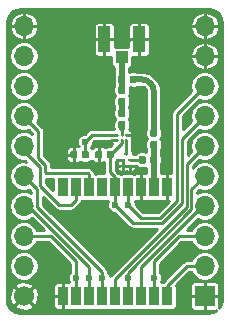
<source format=gtl>
G04 #@! TF.GenerationSoftware,KiCad,Pcbnew,(5.0.1)-3*
G04 #@! TF.CreationDate,2018-11-05T23:25:50+01:00*
G04 #@! TF.ProjectId,project,70726F6A6563742E6B696361645F7063,rev?*
G04 #@! TF.SameCoordinates,Original*
G04 #@! TF.FileFunction,Copper,L1,Top,Signal*
G04 #@! TF.FilePolarity,Positive*
%FSLAX46Y46*%
G04 Gerber Fmt 4.6, Leading zero omitted, Abs format (unit mm)*
G04 Created by KiCad (PCBNEW (5.0.1)-3) date 11/05/18 23:25:50*
%MOMM*%
%LPD*%
G01*
G04 APERTURE LIST*
G04 #@! TA.AperFunction,EtchedComponent*
%ADD10C,0.500000*%
G04 #@! TD*
G04 #@! TA.AperFunction,Conductor*
%ADD11C,0.100000*%
G04 #@! TD*
G04 #@! TA.AperFunction,SMDPad,CuDef*
%ADD12C,0.590000*%
G04 #@! TD*
G04 #@! TA.AperFunction,SMDPad,CuDef*
%ADD13R,1.050000X2.200000*%
G04 #@! TD*
G04 #@! TA.AperFunction,SMDPad,CuDef*
%ADD14R,1.000000X1.050000*%
G04 #@! TD*
G04 #@! TA.AperFunction,SMDPad,CuDef*
%ADD15R,0.245000X0.245000*%
G04 #@! TD*
G04 #@! TA.AperFunction,SMDPad,CuDef*
%ADD16R,0.900000X1.600000*%
G04 #@! TD*
G04 #@! TA.AperFunction,SMDPad,CuDef*
%ADD17R,0.325000X0.250000*%
G04 #@! TD*
G04 #@! TA.AperFunction,ComponentPad*
%ADD18O,1.700000X1.700000*%
G04 #@! TD*
G04 #@! TA.AperFunction,ComponentPad*
%ADD19R,1.700000X1.700000*%
G04 #@! TD*
G04 #@! TA.AperFunction,ComponentPad*
%ADD20C,1.700000*%
G04 #@! TD*
G04 #@! TA.AperFunction,ViaPad*
%ADD21C,0.600000*%
G04 #@! TD*
G04 #@! TA.AperFunction,Conductor*
%ADD22C,0.250000*%
G04 #@! TD*
G04 #@! TA.AperFunction,Conductor*
%ADD23C,0.500000*%
G04 #@! TD*
G04 APERTURE END LIST*
D10*
G04 #@! TO.C,REF\002A\002A*
X135191500Y-66805300D02*
G75*
G02X136191500Y-67805300I0J-1000000D01*
G01*
G04 #@! TD*
D11*
G04 #@! TO.N,Net-(C1-Pad1)*
G04 #@! TO.C,C1*
G36*
X133663958Y-68389710D02*
X133678276Y-68391834D01*
X133692317Y-68395351D01*
X133705946Y-68400228D01*
X133719031Y-68406417D01*
X133731447Y-68413858D01*
X133743073Y-68422481D01*
X133753798Y-68432202D01*
X133763519Y-68442927D01*
X133772142Y-68454553D01*
X133779583Y-68466969D01*
X133785772Y-68480054D01*
X133790649Y-68493683D01*
X133794166Y-68507724D01*
X133796290Y-68522042D01*
X133797000Y-68536500D01*
X133797000Y-68831500D01*
X133796290Y-68845958D01*
X133794166Y-68860276D01*
X133790649Y-68874317D01*
X133785772Y-68887946D01*
X133779583Y-68901031D01*
X133772142Y-68913447D01*
X133763519Y-68925073D01*
X133753798Y-68935798D01*
X133743073Y-68945519D01*
X133731447Y-68954142D01*
X133719031Y-68961583D01*
X133705946Y-68967772D01*
X133692317Y-68972649D01*
X133678276Y-68976166D01*
X133663958Y-68978290D01*
X133649500Y-68979000D01*
X133304500Y-68979000D01*
X133290042Y-68978290D01*
X133275724Y-68976166D01*
X133261683Y-68972649D01*
X133248054Y-68967772D01*
X133234969Y-68961583D01*
X133222553Y-68954142D01*
X133210927Y-68945519D01*
X133200202Y-68935798D01*
X133190481Y-68925073D01*
X133181858Y-68913447D01*
X133174417Y-68901031D01*
X133168228Y-68887946D01*
X133163351Y-68874317D01*
X133159834Y-68860276D01*
X133157710Y-68845958D01*
X133157000Y-68831500D01*
X133157000Y-68536500D01*
X133157710Y-68522042D01*
X133159834Y-68507724D01*
X133163351Y-68493683D01*
X133168228Y-68480054D01*
X133174417Y-68466969D01*
X133181858Y-68454553D01*
X133190481Y-68442927D01*
X133200202Y-68432202D01*
X133210927Y-68422481D01*
X133222553Y-68413858D01*
X133234969Y-68406417D01*
X133248054Y-68400228D01*
X133261683Y-68395351D01*
X133275724Y-68391834D01*
X133290042Y-68389710D01*
X133304500Y-68389000D01*
X133649500Y-68389000D01*
X133663958Y-68389710D01*
X133663958Y-68389710D01*
G37*
D12*
G04 #@! TD*
G04 #@! TO.P,C1,1*
G04 #@! TO.N,Net-(C1-Pad1)*
X133477000Y-68684000D03*
D11*
G04 #@! TO.N,Net-(C1-Pad2)*
G04 #@! TO.C,C1*
G36*
X133663958Y-67419710D02*
X133678276Y-67421834D01*
X133692317Y-67425351D01*
X133705946Y-67430228D01*
X133719031Y-67436417D01*
X133731447Y-67443858D01*
X133743073Y-67452481D01*
X133753798Y-67462202D01*
X133763519Y-67472927D01*
X133772142Y-67484553D01*
X133779583Y-67496969D01*
X133785772Y-67510054D01*
X133790649Y-67523683D01*
X133794166Y-67537724D01*
X133796290Y-67552042D01*
X133797000Y-67566500D01*
X133797000Y-67861500D01*
X133796290Y-67875958D01*
X133794166Y-67890276D01*
X133790649Y-67904317D01*
X133785772Y-67917946D01*
X133779583Y-67931031D01*
X133772142Y-67943447D01*
X133763519Y-67955073D01*
X133753798Y-67965798D01*
X133743073Y-67975519D01*
X133731447Y-67984142D01*
X133719031Y-67991583D01*
X133705946Y-67997772D01*
X133692317Y-68002649D01*
X133678276Y-68006166D01*
X133663958Y-68008290D01*
X133649500Y-68009000D01*
X133304500Y-68009000D01*
X133290042Y-68008290D01*
X133275724Y-68006166D01*
X133261683Y-68002649D01*
X133248054Y-67997772D01*
X133234969Y-67991583D01*
X133222553Y-67984142D01*
X133210927Y-67975519D01*
X133200202Y-67965798D01*
X133190481Y-67955073D01*
X133181858Y-67943447D01*
X133174417Y-67931031D01*
X133168228Y-67917946D01*
X133163351Y-67904317D01*
X133159834Y-67890276D01*
X133157710Y-67875958D01*
X133157000Y-67861500D01*
X133157000Y-67566500D01*
X133157710Y-67552042D01*
X133159834Y-67537724D01*
X133163351Y-67523683D01*
X133168228Y-67510054D01*
X133174417Y-67496969D01*
X133181858Y-67484553D01*
X133190481Y-67472927D01*
X133200202Y-67462202D01*
X133210927Y-67452481D01*
X133222553Y-67443858D01*
X133234969Y-67436417D01*
X133248054Y-67430228D01*
X133261683Y-67425351D01*
X133275724Y-67421834D01*
X133290042Y-67419710D01*
X133304500Y-67419000D01*
X133649500Y-67419000D01*
X133663958Y-67419710D01*
X133663958Y-67419710D01*
G37*
D12*
G04 #@! TD*
G04 #@! TO.P,C1,2*
G04 #@! TO.N,Net-(C1-Pad2)*
X133477000Y-67714000D03*
D11*
G04 #@! TO.N,GND*
G04 #@! TO.C,C2*
G36*
X131693458Y-72845410D02*
X131707776Y-72847534D01*
X131721817Y-72851051D01*
X131735446Y-72855928D01*
X131748531Y-72862117D01*
X131760947Y-72869558D01*
X131772573Y-72878181D01*
X131783298Y-72887902D01*
X131793019Y-72898627D01*
X131801642Y-72910253D01*
X131809083Y-72922669D01*
X131815272Y-72935754D01*
X131820149Y-72949383D01*
X131823666Y-72963424D01*
X131825790Y-72977742D01*
X131826500Y-72992200D01*
X131826500Y-73337200D01*
X131825790Y-73351658D01*
X131823666Y-73365976D01*
X131820149Y-73380017D01*
X131815272Y-73393646D01*
X131809083Y-73406731D01*
X131801642Y-73419147D01*
X131793019Y-73430773D01*
X131783298Y-73441498D01*
X131772573Y-73451219D01*
X131760947Y-73459842D01*
X131748531Y-73467283D01*
X131735446Y-73473472D01*
X131721817Y-73478349D01*
X131707776Y-73481866D01*
X131693458Y-73483990D01*
X131679000Y-73484700D01*
X131384000Y-73484700D01*
X131369542Y-73483990D01*
X131355224Y-73481866D01*
X131341183Y-73478349D01*
X131327554Y-73473472D01*
X131314469Y-73467283D01*
X131302053Y-73459842D01*
X131290427Y-73451219D01*
X131279702Y-73441498D01*
X131269981Y-73430773D01*
X131261358Y-73419147D01*
X131253917Y-73406731D01*
X131247728Y-73393646D01*
X131242851Y-73380017D01*
X131239334Y-73365976D01*
X131237210Y-73351658D01*
X131236500Y-73337200D01*
X131236500Y-72992200D01*
X131237210Y-72977742D01*
X131239334Y-72963424D01*
X131242851Y-72949383D01*
X131247728Y-72935754D01*
X131253917Y-72922669D01*
X131261358Y-72910253D01*
X131269981Y-72898627D01*
X131279702Y-72887902D01*
X131290427Y-72878181D01*
X131302053Y-72869558D01*
X131314469Y-72862117D01*
X131327554Y-72855928D01*
X131341183Y-72851051D01*
X131355224Y-72847534D01*
X131369542Y-72845410D01*
X131384000Y-72844700D01*
X131679000Y-72844700D01*
X131693458Y-72845410D01*
X131693458Y-72845410D01*
G37*
D12*
G04 #@! TD*
G04 #@! TO.P,C2,1*
G04 #@! TO.N,GND*
X131531500Y-73164700D03*
D11*
G04 #@! TO.N,/VCC_RF*
G04 #@! TO.C,C2*
G36*
X132663458Y-72845410D02*
X132677776Y-72847534D01*
X132691817Y-72851051D01*
X132705446Y-72855928D01*
X132718531Y-72862117D01*
X132730947Y-72869558D01*
X132742573Y-72878181D01*
X132753298Y-72887902D01*
X132763019Y-72898627D01*
X132771642Y-72910253D01*
X132779083Y-72922669D01*
X132785272Y-72935754D01*
X132790149Y-72949383D01*
X132793666Y-72963424D01*
X132795790Y-72977742D01*
X132796500Y-72992200D01*
X132796500Y-73337200D01*
X132795790Y-73351658D01*
X132793666Y-73365976D01*
X132790149Y-73380017D01*
X132785272Y-73393646D01*
X132779083Y-73406731D01*
X132771642Y-73419147D01*
X132763019Y-73430773D01*
X132753298Y-73441498D01*
X132742573Y-73451219D01*
X132730947Y-73459842D01*
X132718531Y-73467283D01*
X132705446Y-73473472D01*
X132691817Y-73478349D01*
X132677776Y-73481866D01*
X132663458Y-73483990D01*
X132649000Y-73484700D01*
X132354000Y-73484700D01*
X132339542Y-73483990D01*
X132325224Y-73481866D01*
X132311183Y-73478349D01*
X132297554Y-73473472D01*
X132284469Y-73467283D01*
X132272053Y-73459842D01*
X132260427Y-73451219D01*
X132249702Y-73441498D01*
X132239981Y-73430773D01*
X132231358Y-73419147D01*
X132223917Y-73406731D01*
X132217728Y-73393646D01*
X132212851Y-73380017D01*
X132209334Y-73365976D01*
X132207210Y-73351658D01*
X132206500Y-73337200D01*
X132206500Y-72992200D01*
X132207210Y-72977742D01*
X132209334Y-72963424D01*
X132212851Y-72949383D01*
X132217728Y-72935754D01*
X132223917Y-72922669D01*
X132231358Y-72910253D01*
X132239981Y-72898627D01*
X132249702Y-72887902D01*
X132260427Y-72878181D01*
X132272053Y-72869558D01*
X132284469Y-72862117D01*
X132297554Y-72855928D01*
X132311183Y-72851051D01*
X132325224Y-72847534D01*
X132339542Y-72845410D01*
X132354000Y-72844700D01*
X132649000Y-72844700D01*
X132663458Y-72845410D01*
X132663458Y-72845410D01*
G37*
D12*
G04 #@! TD*
G04 #@! TO.P,C2,2*
G04 #@! TO.N,/VCC_RF*
X132501500Y-73164700D03*
D11*
G04 #@! TO.N,Net-(C3-Pad2)*
G04 #@! TO.C,C3*
G36*
X135376458Y-73289910D02*
X135390776Y-73292034D01*
X135404817Y-73295551D01*
X135418446Y-73300428D01*
X135431531Y-73306617D01*
X135443947Y-73314058D01*
X135455573Y-73322681D01*
X135466298Y-73332402D01*
X135476019Y-73343127D01*
X135484642Y-73354753D01*
X135492083Y-73367169D01*
X135498272Y-73380254D01*
X135503149Y-73393883D01*
X135506666Y-73407924D01*
X135508790Y-73422242D01*
X135509500Y-73436700D01*
X135509500Y-73781700D01*
X135508790Y-73796158D01*
X135506666Y-73810476D01*
X135503149Y-73824517D01*
X135498272Y-73838146D01*
X135492083Y-73851231D01*
X135484642Y-73863647D01*
X135476019Y-73875273D01*
X135466298Y-73885998D01*
X135455573Y-73895719D01*
X135443947Y-73904342D01*
X135431531Y-73911783D01*
X135418446Y-73917972D01*
X135404817Y-73922849D01*
X135390776Y-73926366D01*
X135376458Y-73928490D01*
X135362000Y-73929200D01*
X135067000Y-73929200D01*
X135052542Y-73928490D01*
X135038224Y-73926366D01*
X135024183Y-73922849D01*
X135010554Y-73917972D01*
X134997469Y-73911783D01*
X134985053Y-73904342D01*
X134973427Y-73895719D01*
X134962702Y-73885998D01*
X134952981Y-73875273D01*
X134944358Y-73863647D01*
X134936917Y-73851231D01*
X134930728Y-73838146D01*
X134925851Y-73824517D01*
X134922334Y-73810476D01*
X134920210Y-73796158D01*
X134919500Y-73781700D01*
X134919500Y-73436700D01*
X134920210Y-73422242D01*
X134922334Y-73407924D01*
X134925851Y-73393883D01*
X134930728Y-73380254D01*
X134936917Y-73367169D01*
X134944358Y-73354753D01*
X134952981Y-73343127D01*
X134962702Y-73332402D01*
X134973427Y-73322681D01*
X134985053Y-73314058D01*
X134997469Y-73306617D01*
X135010554Y-73300428D01*
X135024183Y-73295551D01*
X135038224Y-73292034D01*
X135052542Y-73289910D01*
X135067000Y-73289200D01*
X135362000Y-73289200D01*
X135376458Y-73289910D01*
X135376458Y-73289910D01*
G37*
D12*
G04 #@! TD*
G04 #@! TO.P,C3,2*
G04 #@! TO.N,Net-(C3-Pad2)*
X135214500Y-73609200D03*
D11*
G04 #@! TO.N,/RF_IN*
G04 #@! TO.C,C3*
G36*
X136346458Y-73289910D02*
X136360776Y-73292034D01*
X136374817Y-73295551D01*
X136388446Y-73300428D01*
X136401531Y-73306617D01*
X136413947Y-73314058D01*
X136425573Y-73322681D01*
X136436298Y-73332402D01*
X136446019Y-73343127D01*
X136454642Y-73354753D01*
X136462083Y-73367169D01*
X136468272Y-73380254D01*
X136473149Y-73393883D01*
X136476666Y-73407924D01*
X136478790Y-73422242D01*
X136479500Y-73436700D01*
X136479500Y-73781700D01*
X136478790Y-73796158D01*
X136476666Y-73810476D01*
X136473149Y-73824517D01*
X136468272Y-73838146D01*
X136462083Y-73851231D01*
X136454642Y-73863647D01*
X136446019Y-73875273D01*
X136436298Y-73885998D01*
X136425573Y-73895719D01*
X136413947Y-73904342D01*
X136401531Y-73911783D01*
X136388446Y-73917972D01*
X136374817Y-73922849D01*
X136360776Y-73926366D01*
X136346458Y-73928490D01*
X136332000Y-73929200D01*
X136037000Y-73929200D01*
X136022542Y-73928490D01*
X136008224Y-73926366D01*
X135994183Y-73922849D01*
X135980554Y-73917972D01*
X135967469Y-73911783D01*
X135955053Y-73904342D01*
X135943427Y-73895719D01*
X135932702Y-73885998D01*
X135922981Y-73875273D01*
X135914358Y-73863647D01*
X135906917Y-73851231D01*
X135900728Y-73838146D01*
X135895851Y-73824517D01*
X135892334Y-73810476D01*
X135890210Y-73796158D01*
X135889500Y-73781700D01*
X135889500Y-73436700D01*
X135890210Y-73422242D01*
X135892334Y-73407924D01*
X135895851Y-73393883D01*
X135900728Y-73380254D01*
X135906917Y-73367169D01*
X135914358Y-73354753D01*
X135922981Y-73343127D01*
X135932702Y-73332402D01*
X135943427Y-73322681D01*
X135955053Y-73314058D01*
X135967469Y-73306617D01*
X135980554Y-73300428D01*
X135994183Y-73295551D01*
X136008224Y-73292034D01*
X136022542Y-73289910D01*
X136037000Y-73289200D01*
X136332000Y-73289200D01*
X136346458Y-73289910D01*
X136346458Y-73289910D01*
G37*
D12*
G04 #@! TD*
G04 #@! TO.P,C3,1*
G04 #@! TO.N,/RF_IN*
X136184500Y-73609200D03*
D13*
G04 #@! TO.P,J1,2*
G04 #@! TO.N,GND*
X134952000Y-63418700D03*
D14*
G04 #@! TO.P,J1,1*
G04 #@! TO.N,Net-(C1-Pad2)*
X133477000Y-64943700D03*
D13*
G04 #@! TO.P,J1,2*
G04 #@! TO.N,GND*
X132002000Y-63418700D03*
G04 #@! TD*
D11*
G04 #@! TO.N,Net-(C1-Pad1)*
G04 #@! TO.C,L1*
G36*
X133663958Y-69375510D02*
X133678276Y-69377634D01*
X133692317Y-69381151D01*
X133705946Y-69386028D01*
X133719031Y-69392217D01*
X133731447Y-69399658D01*
X133743073Y-69408281D01*
X133753798Y-69418002D01*
X133763519Y-69428727D01*
X133772142Y-69440353D01*
X133779583Y-69452769D01*
X133785772Y-69465854D01*
X133790649Y-69479483D01*
X133794166Y-69493524D01*
X133796290Y-69507842D01*
X133797000Y-69522300D01*
X133797000Y-69817300D01*
X133796290Y-69831758D01*
X133794166Y-69846076D01*
X133790649Y-69860117D01*
X133785772Y-69873746D01*
X133779583Y-69886831D01*
X133772142Y-69899247D01*
X133763519Y-69910873D01*
X133753798Y-69921598D01*
X133743073Y-69931319D01*
X133731447Y-69939942D01*
X133719031Y-69947383D01*
X133705946Y-69953572D01*
X133692317Y-69958449D01*
X133678276Y-69961966D01*
X133663958Y-69964090D01*
X133649500Y-69964800D01*
X133304500Y-69964800D01*
X133290042Y-69964090D01*
X133275724Y-69961966D01*
X133261683Y-69958449D01*
X133248054Y-69953572D01*
X133234969Y-69947383D01*
X133222553Y-69939942D01*
X133210927Y-69931319D01*
X133200202Y-69921598D01*
X133190481Y-69910873D01*
X133181858Y-69899247D01*
X133174417Y-69886831D01*
X133168228Y-69873746D01*
X133163351Y-69860117D01*
X133159834Y-69846076D01*
X133157710Y-69831758D01*
X133157000Y-69817300D01*
X133157000Y-69522300D01*
X133157710Y-69507842D01*
X133159834Y-69493524D01*
X133163351Y-69479483D01*
X133168228Y-69465854D01*
X133174417Y-69452769D01*
X133181858Y-69440353D01*
X133190481Y-69428727D01*
X133200202Y-69418002D01*
X133210927Y-69408281D01*
X133222553Y-69399658D01*
X133234969Y-69392217D01*
X133248054Y-69386028D01*
X133261683Y-69381151D01*
X133275724Y-69377634D01*
X133290042Y-69375510D01*
X133304500Y-69374800D01*
X133649500Y-69374800D01*
X133663958Y-69375510D01*
X133663958Y-69375510D01*
G37*
D12*
G04 #@! TD*
G04 #@! TO.P,L1,1*
G04 #@! TO.N,Net-(C1-Pad1)*
X133477000Y-69669800D03*
D11*
G04 #@! TO.N,Net-(L1-Pad2)*
G04 #@! TO.C,L1*
G36*
X133663958Y-70345510D02*
X133678276Y-70347634D01*
X133692317Y-70351151D01*
X133705946Y-70356028D01*
X133719031Y-70362217D01*
X133731447Y-70369658D01*
X133743073Y-70378281D01*
X133753798Y-70388002D01*
X133763519Y-70398727D01*
X133772142Y-70410353D01*
X133779583Y-70422769D01*
X133785772Y-70435854D01*
X133790649Y-70449483D01*
X133794166Y-70463524D01*
X133796290Y-70477842D01*
X133797000Y-70492300D01*
X133797000Y-70787300D01*
X133796290Y-70801758D01*
X133794166Y-70816076D01*
X133790649Y-70830117D01*
X133785772Y-70843746D01*
X133779583Y-70856831D01*
X133772142Y-70869247D01*
X133763519Y-70880873D01*
X133753798Y-70891598D01*
X133743073Y-70901319D01*
X133731447Y-70909942D01*
X133719031Y-70917383D01*
X133705946Y-70923572D01*
X133692317Y-70928449D01*
X133678276Y-70931966D01*
X133663958Y-70934090D01*
X133649500Y-70934800D01*
X133304500Y-70934800D01*
X133290042Y-70934090D01*
X133275724Y-70931966D01*
X133261683Y-70928449D01*
X133248054Y-70923572D01*
X133234969Y-70917383D01*
X133222553Y-70909942D01*
X133210927Y-70901319D01*
X133200202Y-70891598D01*
X133190481Y-70880873D01*
X133181858Y-70869247D01*
X133174417Y-70856831D01*
X133168228Y-70843746D01*
X133163351Y-70830117D01*
X133159834Y-70816076D01*
X133157710Y-70801758D01*
X133157000Y-70787300D01*
X133157000Y-70492300D01*
X133157710Y-70477842D01*
X133159834Y-70463524D01*
X133163351Y-70449483D01*
X133168228Y-70435854D01*
X133174417Y-70422769D01*
X133181858Y-70410353D01*
X133190481Y-70398727D01*
X133200202Y-70388002D01*
X133210927Y-70378281D01*
X133222553Y-70369658D01*
X133234969Y-70362217D01*
X133248054Y-70356028D01*
X133261683Y-70351151D01*
X133275724Y-70347634D01*
X133290042Y-70345510D01*
X133304500Y-70344800D01*
X133649500Y-70344800D01*
X133663958Y-70345510D01*
X133663958Y-70345510D01*
G37*
D12*
G04 #@! TD*
G04 #@! TO.P,L1,2*
G04 #@! TO.N,Net-(L1-Pad2)*
X133477000Y-70639800D03*
D11*
G04 #@! TO.N,/ANT_OFF*
G04 #@! TO.C,R1*
G36*
X130555258Y-72845410D02*
X130569576Y-72847534D01*
X130583617Y-72851051D01*
X130597246Y-72855928D01*
X130610331Y-72862117D01*
X130622747Y-72869558D01*
X130634373Y-72878181D01*
X130645098Y-72887902D01*
X130654819Y-72898627D01*
X130663442Y-72910253D01*
X130670883Y-72922669D01*
X130677072Y-72935754D01*
X130681949Y-72949383D01*
X130685466Y-72963424D01*
X130687590Y-72977742D01*
X130688300Y-72992200D01*
X130688300Y-73337200D01*
X130687590Y-73351658D01*
X130685466Y-73365976D01*
X130681949Y-73380017D01*
X130677072Y-73393646D01*
X130670883Y-73406731D01*
X130663442Y-73419147D01*
X130654819Y-73430773D01*
X130645098Y-73441498D01*
X130634373Y-73451219D01*
X130622747Y-73459842D01*
X130610331Y-73467283D01*
X130597246Y-73473472D01*
X130583617Y-73478349D01*
X130569576Y-73481866D01*
X130555258Y-73483990D01*
X130540800Y-73484700D01*
X130245800Y-73484700D01*
X130231342Y-73483990D01*
X130217024Y-73481866D01*
X130202983Y-73478349D01*
X130189354Y-73473472D01*
X130176269Y-73467283D01*
X130163853Y-73459842D01*
X130152227Y-73451219D01*
X130141502Y-73441498D01*
X130131781Y-73430773D01*
X130123158Y-73419147D01*
X130115717Y-73406731D01*
X130109528Y-73393646D01*
X130104651Y-73380017D01*
X130101134Y-73365976D01*
X130099010Y-73351658D01*
X130098300Y-73337200D01*
X130098300Y-72992200D01*
X130099010Y-72977742D01*
X130101134Y-72963424D01*
X130104651Y-72949383D01*
X130109528Y-72935754D01*
X130115717Y-72922669D01*
X130123158Y-72910253D01*
X130131781Y-72898627D01*
X130141502Y-72887902D01*
X130152227Y-72878181D01*
X130163853Y-72869558D01*
X130176269Y-72862117D01*
X130189354Y-72855928D01*
X130202983Y-72851051D01*
X130217024Y-72847534D01*
X130231342Y-72845410D01*
X130245800Y-72844700D01*
X130540800Y-72844700D01*
X130555258Y-72845410D01*
X130555258Y-72845410D01*
G37*
D12*
G04 #@! TD*
G04 #@! TO.P,R1,1*
G04 #@! TO.N,/ANT_OFF*
X130393300Y-73164700D03*
D11*
G04 #@! TO.N,GND*
G04 #@! TO.C,R1*
G36*
X129585258Y-72845410D02*
X129599576Y-72847534D01*
X129613617Y-72851051D01*
X129627246Y-72855928D01*
X129640331Y-72862117D01*
X129652747Y-72869558D01*
X129664373Y-72878181D01*
X129675098Y-72887902D01*
X129684819Y-72898627D01*
X129693442Y-72910253D01*
X129700883Y-72922669D01*
X129707072Y-72935754D01*
X129711949Y-72949383D01*
X129715466Y-72963424D01*
X129717590Y-72977742D01*
X129718300Y-72992200D01*
X129718300Y-73337200D01*
X129717590Y-73351658D01*
X129715466Y-73365976D01*
X129711949Y-73380017D01*
X129707072Y-73393646D01*
X129700883Y-73406731D01*
X129693442Y-73419147D01*
X129684819Y-73430773D01*
X129675098Y-73441498D01*
X129664373Y-73451219D01*
X129652747Y-73459842D01*
X129640331Y-73467283D01*
X129627246Y-73473472D01*
X129613617Y-73478349D01*
X129599576Y-73481866D01*
X129585258Y-73483990D01*
X129570800Y-73484700D01*
X129275800Y-73484700D01*
X129261342Y-73483990D01*
X129247024Y-73481866D01*
X129232983Y-73478349D01*
X129219354Y-73473472D01*
X129206269Y-73467283D01*
X129193853Y-73459842D01*
X129182227Y-73451219D01*
X129171502Y-73441498D01*
X129161781Y-73430773D01*
X129153158Y-73419147D01*
X129145717Y-73406731D01*
X129139528Y-73393646D01*
X129134651Y-73380017D01*
X129131134Y-73365976D01*
X129129010Y-73351658D01*
X129128300Y-73337200D01*
X129128300Y-72992200D01*
X129129010Y-72977742D01*
X129131134Y-72963424D01*
X129134651Y-72949383D01*
X129139528Y-72935754D01*
X129145717Y-72922669D01*
X129153158Y-72910253D01*
X129161781Y-72898627D01*
X129171502Y-72887902D01*
X129182227Y-72878181D01*
X129193853Y-72869558D01*
X129206269Y-72862117D01*
X129219354Y-72855928D01*
X129232983Y-72851051D01*
X129247024Y-72847534D01*
X129261342Y-72845410D01*
X129275800Y-72844700D01*
X129570800Y-72844700D01*
X129585258Y-72845410D01*
X129585258Y-72845410D01*
G37*
D12*
G04 #@! TD*
G04 #@! TO.P,R1,2*
G04 #@! TO.N,GND*
X129423300Y-73164700D03*
D15*
G04 #@! TO.P,U1,1*
G04 #@! TO.N,GND*
X133077000Y-71904200D03*
G04 #@! TO.P,U1,2*
G04 #@! TO.N,/VCC_RF*
X133477000Y-71904200D03*
G04 #@! TO.P,U1,3*
G04 #@! TO.N,Net-(U1-Pad3)*
X133877000Y-71904200D03*
G04 #@! TO.P,U1,4*
G04 #@! TO.N,GND*
X133877000Y-71504200D03*
G04 #@! TO.P,U1,5*
G04 #@! TO.N,Net-(L1-Pad2)*
X133477000Y-71504200D03*
G04 #@! TO.P,U1,6*
G04 #@! TO.N,/ANT_OFF*
X133077000Y-71504200D03*
G04 #@! TD*
D16*
G04 #@! TO.P,U3,10*
G04 #@! TO.N,GND*
X137289900Y-75946000D03*
G04 #@! TO.P,U3,11*
G04 #@! TO.N,/RF_IN*
X136189900Y-75946000D03*
G04 #@! TO.P,U3,12*
G04 #@! TO.N,GND*
X135089900Y-75946000D03*
G04 #@! TO.P,U3,13*
G04 #@! TO.N,/ANT_OFF*
X133989900Y-75946000D03*
G04 #@! TO.P,U3,14*
G04 #@! TO.N,/VCC_RF*
X132889900Y-75946000D03*
G04 #@! TO.P,U3,15*
G04 #@! TO.N,Net-(U3-Pad15)*
X131789900Y-75946000D03*
G04 #@! TO.P,U3,16*
G04 #@! TO.N,/SDA*
X130689900Y-75946000D03*
G04 #@! TO.P,U3,17*
G04 #@! TO.N,/SCL*
X129589900Y-75946000D03*
G04 #@! TO.P,U3,18*
G04 #@! TO.N,Net-(U3-Pad18)*
X128489900Y-75946000D03*
G04 #@! TO.P,U3,9*
G04 #@! TO.N,/~RESET*
X137289900Y-85146000D03*
G04 #@! TO.P,U3,8*
G04 #@! TO.N,/VCC*
X136189900Y-85146000D03*
G04 #@! TO.P,U3,7*
G04 #@! TO.N,/VCC_IO*
X135089900Y-85146000D03*
G04 #@! TO.P,U3,6*
G04 #@! TO.N,/V_BATT*
X133989900Y-85146000D03*
G04 #@! TO.P,U3,5*
G04 #@! TO.N,/WAKEUP*
X132889900Y-85146000D03*
G04 #@! TO.P,U3,4*
G04 #@! TO.N,/1PPS*
X131789900Y-85146000D03*
G04 #@! TO.P,U3,3*
G04 #@! TO.N,/UART_RX*
X130689900Y-85146000D03*
G04 #@! TO.P,U3,2*
G04 #@! TO.N,/UART_TX*
X129589900Y-85146000D03*
G04 #@! TO.P,U3,1*
G04 #@! TO.N,GND*
X128489900Y-85146000D03*
G04 #@! TD*
D17*
G04 #@! TO.P,U2,5*
G04 #@! TO.N,Net-(C3-Pad2)*
X134158200Y-73609200D03*
G04 #@! TO.P,U2,4*
G04 #@! TO.N,GND*
X134158200Y-74109200D03*
G04 #@! TO.P,U2,3*
X133583200Y-74109200D03*
G04 #@! TO.P,U2,2*
X133583200Y-73609200D03*
G04 #@! TO.P,U2,1*
G04 #@! TO.N,Net-(U1-Pad3)*
X133870700Y-73109200D03*
G04 #@! TD*
D11*
G04 #@! TO.N,Net-(C1-Pad2)*
G04 #@! TO.C,R2*
G36*
X133636558Y-66482710D02*
X133650876Y-66484834D01*
X133664917Y-66488351D01*
X133678546Y-66493228D01*
X133691631Y-66499417D01*
X133704047Y-66506858D01*
X133715673Y-66515481D01*
X133726398Y-66525202D01*
X133736119Y-66535927D01*
X133744742Y-66547553D01*
X133752183Y-66559969D01*
X133758372Y-66573054D01*
X133763249Y-66586683D01*
X133766766Y-66600724D01*
X133768890Y-66615042D01*
X133769600Y-66629500D01*
X133769600Y-66974500D01*
X133768890Y-66988958D01*
X133766766Y-67003276D01*
X133763249Y-67017317D01*
X133758372Y-67030946D01*
X133752183Y-67044031D01*
X133744742Y-67056447D01*
X133736119Y-67068073D01*
X133726398Y-67078798D01*
X133715673Y-67088519D01*
X133704047Y-67097142D01*
X133691631Y-67104583D01*
X133678546Y-67110772D01*
X133664917Y-67115649D01*
X133650876Y-67119166D01*
X133636558Y-67121290D01*
X133622100Y-67122000D01*
X133327100Y-67122000D01*
X133312642Y-67121290D01*
X133298324Y-67119166D01*
X133284283Y-67115649D01*
X133270654Y-67110772D01*
X133257569Y-67104583D01*
X133245153Y-67097142D01*
X133233527Y-67088519D01*
X133222802Y-67078798D01*
X133213081Y-67068073D01*
X133204458Y-67056447D01*
X133197017Y-67044031D01*
X133190828Y-67030946D01*
X133185951Y-67017317D01*
X133182434Y-67003276D01*
X133180310Y-66988958D01*
X133179600Y-66974500D01*
X133179600Y-66629500D01*
X133180310Y-66615042D01*
X133182434Y-66600724D01*
X133185951Y-66586683D01*
X133190828Y-66573054D01*
X133197017Y-66559969D01*
X133204458Y-66547553D01*
X133213081Y-66535927D01*
X133222802Y-66525202D01*
X133233527Y-66515481D01*
X133245153Y-66506858D01*
X133257569Y-66499417D01*
X133270654Y-66493228D01*
X133284283Y-66488351D01*
X133298324Y-66484834D01*
X133312642Y-66482710D01*
X133327100Y-66482000D01*
X133622100Y-66482000D01*
X133636558Y-66482710D01*
X133636558Y-66482710D01*
G37*
D12*
G04 #@! TD*
G04 #@! TO.P,R2,2*
G04 #@! TO.N,Net-(C1-Pad2)*
X133474600Y-66802000D03*
D11*
G04 #@! TO.N,Net-(R2-Pad1)*
G04 #@! TO.C,R2*
G36*
X134606558Y-66482710D02*
X134620876Y-66484834D01*
X134634917Y-66488351D01*
X134648546Y-66493228D01*
X134661631Y-66499417D01*
X134674047Y-66506858D01*
X134685673Y-66515481D01*
X134696398Y-66525202D01*
X134706119Y-66535927D01*
X134714742Y-66547553D01*
X134722183Y-66559969D01*
X134728372Y-66573054D01*
X134733249Y-66586683D01*
X134736766Y-66600724D01*
X134738890Y-66615042D01*
X134739600Y-66629500D01*
X134739600Y-66974500D01*
X134738890Y-66988958D01*
X134736766Y-67003276D01*
X134733249Y-67017317D01*
X134728372Y-67030946D01*
X134722183Y-67044031D01*
X134714742Y-67056447D01*
X134706119Y-67068073D01*
X134696398Y-67078798D01*
X134685673Y-67088519D01*
X134674047Y-67097142D01*
X134661631Y-67104583D01*
X134648546Y-67110772D01*
X134634917Y-67115649D01*
X134620876Y-67119166D01*
X134606558Y-67121290D01*
X134592100Y-67122000D01*
X134297100Y-67122000D01*
X134282642Y-67121290D01*
X134268324Y-67119166D01*
X134254283Y-67115649D01*
X134240654Y-67110772D01*
X134227569Y-67104583D01*
X134215153Y-67097142D01*
X134203527Y-67088519D01*
X134192802Y-67078798D01*
X134183081Y-67068073D01*
X134174458Y-67056447D01*
X134167017Y-67044031D01*
X134160828Y-67030946D01*
X134155951Y-67017317D01*
X134152434Y-67003276D01*
X134150310Y-66988958D01*
X134149600Y-66974500D01*
X134149600Y-66629500D01*
X134150310Y-66615042D01*
X134152434Y-66600724D01*
X134155951Y-66586683D01*
X134160828Y-66573054D01*
X134167017Y-66559969D01*
X134174458Y-66547553D01*
X134183081Y-66535927D01*
X134192802Y-66525202D01*
X134203527Y-66515481D01*
X134215153Y-66506858D01*
X134227569Y-66499417D01*
X134240654Y-66493228D01*
X134254283Y-66488351D01*
X134268324Y-66484834D01*
X134282642Y-66482710D01*
X134297100Y-66482000D01*
X134592100Y-66482000D01*
X134606558Y-66482710D01*
X134606558Y-66482710D01*
G37*
D12*
G04 #@! TD*
G04 #@! TO.P,R2,1*
G04 #@! TO.N,Net-(R2-Pad1)*
X134444600Y-66802000D03*
D11*
G04 #@! TO.N,Net-(R2-Pad1)*
G04 #@! TO.C,R3*
G36*
X136369058Y-71051910D02*
X136383376Y-71054034D01*
X136397417Y-71057551D01*
X136411046Y-71062428D01*
X136424131Y-71068617D01*
X136436547Y-71076058D01*
X136448173Y-71084681D01*
X136458898Y-71094402D01*
X136468619Y-71105127D01*
X136477242Y-71116753D01*
X136484683Y-71129169D01*
X136490872Y-71142254D01*
X136495749Y-71155883D01*
X136499266Y-71169924D01*
X136501390Y-71184242D01*
X136502100Y-71198700D01*
X136502100Y-71493700D01*
X136501390Y-71508158D01*
X136499266Y-71522476D01*
X136495749Y-71536517D01*
X136490872Y-71550146D01*
X136484683Y-71563231D01*
X136477242Y-71575647D01*
X136468619Y-71587273D01*
X136458898Y-71597998D01*
X136448173Y-71607719D01*
X136436547Y-71616342D01*
X136424131Y-71623783D01*
X136411046Y-71629972D01*
X136397417Y-71634849D01*
X136383376Y-71638366D01*
X136369058Y-71640490D01*
X136354600Y-71641200D01*
X136009600Y-71641200D01*
X135995142Y-71640490D01*
X135980824Y-71638366D01*
X135966783Y-71634849D01*
X135953154Y-71629972D01*
X135940069Y-71623783D01*
X135927653Y-71616342D01*
X135916027Y-71607719D01*
X135905302Y-71597998D01*
X135895581Y-71587273D01*
X135886958Y-71575647D01*
X135879517Y-71563231D01*
X135873328Y-71550146D01*
X135868451Y-71536517D01*
X135864934Y-71522476D01*
X135862810Y-71508158D01*
X135862100Y-71493700D01*
X135862100Y-71198700D01*
X135862810Y-71184242D01*
X135864934Y-71169924D01*
X135868451Y-71155883D01*
X135873328Y-71142254D01*
X135879517Y-71129169D01*
X135886958Y-71116753D01*
X135895581Y-71105127D01*
X135905302Y-71094402D01*
X135916027Y-71084681D01*
X135927653Y-71076058D01*
X135940069Y-71068617D01*
X135953154Y-71062428D01*
X135966783Y-71057551D01*
X135980824Y-71054034D01*
X135995142Y-71051910D01*
X136009600Y-71051200D01*
X136354600Y-71051200D01*
X136369058Y-71051910D01*
X136369058Y-71051910D01*
G37*
D12*
G04 #@! TD*
G04 #@! TO.P,R3,1*
G04 #@! TO.N,Net-(R2-Pad1)*
X136182100Y-71346200D03*
D11*
G04 #@! TO.N,/RF_IN*
G04 #@! TO.C,R3*
G36*
X136369058Y-72021910D02*
X136383376Y-72024034D01*
X136397417Y-72027551D01*
X136411046Y-72032428D01*
X136424131Y-72038617D01*
X136436547Y-72046058D01*
X136448173Y-72054681D01*
X136458898Y-72064402D01*
X136468619Y-72075127D01*
X136477242Y-72086753D01*
X136484683Y-72099169D01*
X136490872Y-72112254D01*
X136495749Y-72125883D01*
X136499266Y-72139924D01*
X136501390Y-72154242D01*
X136502100Y-72168700D01*
X136502100Y-72463700D01*
X136501390Y-72478158D01*
X136499266Y-72492476D01*
X136495749Y-72506517D01*
X136490872Y-72520146D01*
X136484683Y-72533231D01*
X136477242Y-72545647D01*
X136468619Y-72557273D01*
X136458898Y-72567998D01*
X136448173Y-72577719D01*
X136436547Y-72586342D01*
X136424131Y-72593783D01*
X136411046Y-72599972D01*
X136397417Y-72604849D01*
X136383376Y-72608366D01*
X136369058Y-72610490D01*
X136354600Y-72611200D01*
X136009600Y-72611200D01*
X135995142Y-72610490D01*
X135980824Y-72608366D01*
X135966783Y-72604849D01*
X135953154Y-72599972D01*
X135940069Y-72593783D01*
X135927653Y-72586342D01*
X135916027Y-72577719D01*
X135905302Y-72567998D01*
X135895581Y-72557273D01*
X135886958Y-72545647D01*
X135879517Y-72533231D01*
X135873328Y-72520146D01*
X135868451Y-72506517D01*
X135864934Y-72492476D01*
X135862810Y-72478158D01*
X135862100Y-72463700D01*
X135862100Y-72168700D01*
X135862810Y-72154242D01*
X135864934Y-72139924D01*
X135868451Y-72125883D01*
X135873328Y-72112254D01*
X135879517Y-72099169D01*
X135886958Y-72086753D01*
X135895581Y-72075127D01*
X135905302Y-72064402D01*
X135916027Y-72054681D01*
X135927653Y-72046058D01*
X135940069Y-72038617D01*
X135953154Y-72032428D01*
X135966783Y-72027551D01*
X135980824Y-72024034D01*
X135995142Y-72021910D01*
X136009600Y-72021200D01*
X136354600Y-72021200D01*
X136369058Y-72021910D01*
X136369058Y-72021910D01*
G37*
D12*
G04 #@! TD*
G04 #@! TO.P,R3,2*
G04 #@! TO.N,/RF_IN*
X136182100Y-72316200D03*
D18*
G04 #@! TO.P,J2,10*
G04 #@! TO.N,GND*
X140509900Y-62280000D03*
G04 #@! TO.P,J2,9*
X140509900Y-64820000D03*
G04 #@! TO.P,J2,8*
G04 #@! TO.N,/ANT_OFF*
X140509900Y-67360000D03*
G04 #@! TO.P,J2,7*
G04 #@! TO.N,/VCC_RF*
X140509900Y-69900000D03*
G04 #@! TO.P,J2,6*
G04 #@! TO.N,/WAKEUP*
X140509900Y-72440000D03*
G04 #@! TO.P,J2,5*
G04 #@! TO.N,/V_BATT*
X140509900Y-74980000D03*
G04 #@! TO.P,J2,4*
G04 #@! TO.N,/VCC_IO*
X140509900Y-77520000D03*
G04 #@! TO.P,J2,3*
G04 #@! TO.N,/VCC*
X140509900Y-80060000D03*
G04 #@! TO.P,J2,2*
G04 #@! TO.N,/~RESET*
X140509900Y-82600000D03*
D19*
G04 #@! TO.P,J2,1*
G04 #@! TO.N,GND*
X140509900Y-85140000D03*
G04 #@! TD*
D18*
G04 #@! TO.P,J3,11*
G04 #@! TO.N,GND*
X125196600Y-62280000D03*
G04 #@! TO.P,J3,12*
G04 #@! TO.N,+5V*
X125196600Y-64820000D03*
G04 #@! TO.P,J3,13*
G04 #@! TO.N,+3V3*
X125196600Y-67360000D03*
G04 #@! TO.P,J3,14*
G04 #@! TO.N,/SDA*
X125196600Y-69900000D03*
G04 #@! TO.P,J3,15*
G04 #@! TO.N,/SCL*
X125196600Y-72440000D03*
G04 #@! TO.P,J3,16*
G04 #@! TO.N,/1PPS*
X125196600Y-74980000D03*
G04 #@! TO.P,J3,17*
G04 #@! TO.N,/UART_RX*
X125196600Y-77520000D03*
G04 #@! TO.P,J3,18*
G04 #@! TO.N,/UART_TX*
X125196600Y-80060000D03*
G04 #@! TO.P,J3,19*
G04 #@! TO.N,/VCC_F*
X125196600Y-82600000D03*
D20*
G04 #@! TO.P,J3,20*
G04 #@! TO.N,GND*
X125196600Y-85140000D03*
G04 #@! TD*
D21*
G04 #@! TO.N,GND*
X132321300Y-72250300D03*
X134962900Y-68186300D03*
X134962900Y-65443100D03*
X131991100Y-65455800D03*
X131991100Y-66455800D03*
X131991100Y-67455800D03*
X131991100Y-68455800D03*
X131991100Y-69455800D03*
X131991100Y-70455800D03*
X134962900Y-69186300D03*
X134962900Y-70186300D03*
X134962900Y-71186300D03*
X134962900Y-72186300D03*
X135077200Y-74536300D03*
X131211320Y-74259440D03*
G04 #@! TO.N,/VCC_RF*
X132892800Y-77406500D03*
G04 #@! TO.N,/ANT_OFF*
X130378194Y-72072500D03*
X133989900Y-77406500D03*
G04 #@! TO.N,GND*
X135077200Y-77406500D03*
G04 #@! TO.N,/V_BATT*
X133985000Y-83616800D03*
G04 #@! TO.N,/VCC*
X136194800Y-83616800D03*
G04 #@! TO.N,/1PPS*
X131787900Y-83616800D03*
G04 #@! TO.N,/UART_RX*
X130695700Y-83616800D03*
G04 #@! TO.N,/UART_TX*
X129590800Y-83616800D03*
G04 #@! TO.N,GND*
X130677920Y-77409040D03*
X131820920Y-77406500D03*
X127365760Y-75676760D03*
X128605280Y-78430120D03*
X132737860Y-82423000D03*
X135255000Y-79984600D03*
X130220720Y-79984600D03*
X132737860Y-79984600D03*
X131998720Y-61401960D03*
X134940040Y-61386720D03*
G04 #@! TD*
D22*
G04 #@! TO.N,Net-(U1-Pad3)*
X133877000Y-73102900D02*
X133870700Y-73109200D01*
X133877000Y-71904200D02*
X133877000Y-73102900D01*
G04 #@! TO.N,GND*
X134570700Y-74109200D02*
X134934300Y-74472800D01*
X134158200Y-74109200D02*
X134570700Y-74109200D01*
X133583200Y-74109200D02*
X134158200Y-74109200D01*
X133583200Y-73609200D02*
X133583200Y-74109200D01*
X134810500Y-74536300D02*
X135077200Y-74536300D01*
X133170700Y-73609200D02*
X133019800Y-73760100D01*
X133583200Y-73609200D02*
X133170700Y-73609200D01*
X133019800Y-73760100D02*
X133019800Y-74587100D01*
X133197600Y-74764900D02*
X134581900Y-74764900D01*
X133019800Y-74587100D02*
X133197600Y-74764900D01*
X134581900Y-74764900D02*
X134810500Y-74536300D01*
D23*
G04 #@! TO.N,/RF_IN*
X136189900Y-73614600D02*
X136184500Y-73609200D01*
X136189900Y-75946000D02*
X136189900Y-73614600D01*
X136182100Y-73606800D02*
X136184500Y-73609200D01*
X136182100Y-72316200D02*
X136182100Y-73606800D01*
G04 #@! TO.N,Net-(C1-Pad1)*
X133477000Y-68684000D02*
X133477000Y-69669800D01*
G04 #@! TO.N,Net-(C1-Pad2)*
X133477000Y-66804400D02*
X133474600Y-66802000D01*
X133477000Y-67714000D02*
X133477000Y-66804400D01*
X133474600Y-64946100D02*
X133477000Y-64943700D01*
X133474600Y-66802000D02*
X133474600Y-64946100D01*
D22*
G04 #@! TO.N,/VCC_RF*
X133477000Y-72189200D02*
X132501500Y-73164700D01*
X133477000Y-71904200D02*
X133477000Y-72189200D01*
X132501500Y-74634500D02*
X132889900Y-75022900D01*
X132889900Y-75022900D02*
X132889900Y-75946000D01*
X132501500Y-73164700D02*
X132501500Y-74634500D01*
X132889900Y-75946000D02*
X132889900Y-77403600D01*
X132889900Y-77403600D02*
X132892800Y-77406500D01*
G04 #@! TO.N,/ANT_OFF*
X130393300Y-73164700D02*
X130393300Y-72087606D01*
X130393300Y-72087606D02*
X130378194Y-72072500D01*
X133989900Y-75946000D02*
X133989900Y-77406500D01*
G04 #@! TO.N,GND*
X128483900Y-85140000D02*
X128489900Y-85146000D01*
G04 #@! TO.N,/V_BATT*
X133989900Y-85146000D02*
X133989900Y-83621700D01*
X133989900Y-83621700D02*
X133985000Y-83616800D01*
G04 #@! TO.N,/~RESET*
X139649200Y-82600000D02*
X140509900Y-82600000D01*
G04 #@! TO.N,/VCC*
X136189900Y-85146000D02*
X136189900Y-83621700D01*
X136189900Y-83621700D02*
X136194800Y-83616800D01*
G04 #@! TO.N,/1PPS*
X131789900Y-85146000D02*
X131789900Y-83618800D01*
X131789900Y-83618800D02*
X131787900Y-83616800D01*
G04 #@! TO.N,/UART_RX*
X130689900Y-85146000D02*
X130689900Y-83622600D01*
X130689900Y-83622600D02*
X130695700Y-83616800D01*
G04 #@! TO.N,/UART_TX*
X129589900Y-85146000D02*
X129589900Y-83617700D01*
X129589900Y-83617700D02*
X129590800Y-83616800D01*
G04 #@! TO.N,GND*
X140503900Y-85146000D02*
X140509900Y-85140000D01*
X132667400Y-71904200D02*
X132321300Y-72250300D01*
X133077000Y-71904200D02*
X132667400Y-71904200D01*
X134645000Y-71504200D02*
X134962900Y-71186300D01*
X133877000Y-71504200D02*
X134645000Y-71504200D01*
G04 #@! TO.N,/VCC*
X138329200Y-80060000D02*
X140509900Y-80060000D01*
X136194800Y-83616800D02*
X136194800Y-82194400D01*
X136194800Y-82194400D02*
X138329200Y-80060000D01*
G04 #@! TO.N,/VCC_RF*
X138570931Y-77290249D02*
X138570931Y-71838969D01*
X138570931Y-71838969D02*
X139659901Y-70749999D01*
X136924369Y-78936811D02*
X138570931Y-77290249D01*
X134423111Y-78936811D02*
X136924369Y-78936811D01*
X139659901Y-70749999D02*
X140509900Y-69900000D01*
X132892800Y-77406500D02*
X134423111Y-78936811D01*
G04 #@! TO.N,/1PPS*
X131787900Y-83192536D02*
X131787900Y-83616800D01*
X131787900Y-83101180D02*
X131787900Y-83192536D01*
X126321601Y-76105001D02*
X126321601Y-77634881D01*
X125196600Y-74980000D02*
X126321601Y-76105001D01*
X126321601Y-77634881D02*
X131787900Y-83101180D01*
G04 #@! TO.N,/UART_RX*
X130695700Y-82643980D02*
X130695700Y-83616800D01*
X125196600Y-77520000D02*
X125571720Y-77520000D01*
X125571720Y-77520000D02*
X130695700Y-82643980D01*
G04 #@! TO.N,/UART_TX*
X129590800Y-82184240D02*
X129590800Y-83616800D01*
X125196600Y-80060000D02*
X127466560Y-80060000D01*
X127466560Y-80060000D02*
X129590800Y-82184240D01*
G04 #@! TO.N,/ANT_OFF*
X134289899Y-77706499D02*
X134289899Y-77719019D01*
X133989900Y-77406500D02*
X134289899Y-77706499D01*
X134289899Y-77719019D02*
X135107680Y-78536800D01*
X135107680Y-78536800D02*
X136758680Y-78536800D01*
X136758680Y-78536800D02*
X138170920Y-77124560D01*
X138170920Y-69698980D02*
X140509900Y-67360000D01*
X138170920Y-77124560D02*
X138170920Y-69698980D01*
X130946494Y-71504200D02*
X130378194Y-72072500D01*
X133077000Y-71504200D02*
X130946494Y-71504200D01*
G04 #@! TO.N,/SDA*
X130689900Y-75737000D02*
X130689900Y-75946000D01*
X130708400Y-75718500D02*
X130689900Y-75737000D01*
X130708400Y-74828400D02*
X130708400Y-75718500D01*
X127078740Y-74714100D02*
X130594100Y-74714100D01*
X130594100Y-74714100D02*
X130708400Y-74828400D01*
X125196600Y-69961760D02*
X126415800Y-71180960D01*
X125196600Y-69900000D02*
X125196600Y-69961760D01*
X126415800Y-71180960D02*
X126415800Y-73477120D01*
X126415800Y-73477120D02*
X126993610Y-74054930D01*
X126993610Y-74054930D02*
X126993610Y-74628970D01*
X126993610Y-74628970D02*
X127078740Y-74714100D01*
G04 #@! TO.N,/SCL*
X129166700Y-77419200D02*
X129589900Y-76996000D01*
X126593600Y-75811300D02*
X128201500Y-77419200D01*
X129589900Y-76996000D02*
X129589900Y-75946000D01*
X126593600Y-74256900D02*
X126593600Y-75811300D01*
X125197400Y-72860700D02*
X126593600Y-74256900D01*
X125197400Y-72440800D02*
X125197400Y-72860700D01*
X125196600Y-72440000D02*
X125197400Y-72440800D01*
X128201500Y-77419200D02*
X129166700Y-77419200D01*
G04 #@! TO.N,/~RESET*
X139004840Y-82600000D02*
X140509900Y-82600000D01*
X137289900Y-85146000D02*
X137289900Y-84314940D01*
X137289900Y-84314940D02*
X139004840Y-82600000D01*
G04 #@! TO.N,/WAKEUP*
X138984888Y-73965012D02*
X139659901Y-73289999D01*
X139659901Y-73289999D02*
X140509900Y-72440000D01*
X138984888Y-77629572D02*
X138984888Y-73965012D01*
X132889900Y-83724560D02*
X138984888Y-77629572D01*
X132889900Y-85146000D02*
X132889900Y-83724560D01*
G04 #@! TO.N,Net-(C3-Pad2)*
X134158200Y-73609200D02*
X135214500Y-73609200D01*
D23*
G04 #@! TO.N,Net-(L1-Pad2)*
X133477000Y-70639800D02*
X133477000Y-70981699D01*
D22*
X133477000Y-70981699D02*
X133477000Y-71504200D01*
D23*
G04 #@! TO.N,Net-(R2-Pad1)*
X134444600Y-66802000D02*
X135153400Y-66802000D01*
X136194800Y-71333500D02*
X136182100Y-71346200D01*
X136194800Y-67805300D02*
X136194800Y-71333500D01*
D22*
X135153400Y-66802000D02*
X135509000Y-66802000D01*
X136194800Y-67487800D02*
X136194800Y-67805300D01*
X135509000Y-66802000D02*
X136194800Y-67487800D01*
G04 #@! TO.N,/VCC_IO*
X140094500Y-77520000D02*
X140509900Y-77520000D01*
X140290080Y-77520000D02*
X140509900Y-77520000D01*
X135097520Y-82712560D02*
X140290080Y-77520000D01*
X135097520Y-84088380D02*
X135097520Y-82712560D01*
X135089900Y-85146000D02*
X135089900Y-84096000D01*
X135089900Y-84096000D02*
X135097520Y-84088380D01*
G04 #@! TO.N,/V_BATT*
X139384899Y-76105001D02*
X140509900Y-74980000D01*
X133985000Y-83195160D02*
X139384899Y-77795261D01*
X139384899Y-77795261D02*
X139384899Y-76105001D01*
X133985000Y-83616800D02*
X133985000Y-83195160D01*
G04 #@! TD*
G04 #@! TO.N,GND*
G36*
X141212950Y-60918850D02*
X141520349Y-61084714D01*
X141757447Y-61341206D01*
X141902170Y-61668561D01*
X141938001Y-61952197D01*
X141938000Y-85460943D01*
X141874750Y-85840950D01*
X141708886Y-86148349D01*
X141701838Y-86154864D01*
X141738900Y-86065388D01*
X141738900Y-85236750D01*
X141644150Y-85142000D01*
X140511900Y-85142000D01*
X140511900Y-86274250D01*
X140606650Y-86369000D01*
X141435288Y-86369000D01*
X141498521Y-86342808D01*
X141452393Y-86385448D01*
X141125039Y-86530170D01*
X140841411Y-86566000D01*
X124863757Y-86566000D01*
X124483750Y-86502750D01*
X124176351Y-86336886D01*
X123939252Y-86080393D01*
X123886237Y-85960474D01*
X124378954Y-85960474D01*
X124461678Y-86154936D01*
X124906020Y-86358921D01*
X125394600Y-86377336D01*
X125853036Y-86207378D01*
X125931522Y-86154936D01*
X126014246Y-85960474D01*
X125196600Y-85142828D01*
X124378954Y-85960474D01*
X123886237Y-85960474D01*
X123794530Y-85753039D01*
X123758700Y-85469411D01*
X123758700Y-85338000D01*
X123959264Y-85338000D01*
X124129222Y-85796436D01*
X124181664Y-85874922D01*
X124376126Y-85957646D01*
X125193772Y-85140000D01*
X125199428Y-85140000D01*
X126017074Y-85957646D01*
X126211536Y-85874922D01*
X126415521Y-85430580D01*
X126422600Y-85242750D01*
X127660900Y-85242750D01*
X127660900Y-86021388D01*
X127718599Y-86160686D01*
X127825214Y-86267301D01*
X127964512Y-86325000D01*
X128393150Y-86325000D01*
X128487900Y-86230250D01*
X128487900Y-85148000D01*
X127755650Y-85148000D01*
X127660900Y-85242750D01*
X126422600Y-85242750D01*
X126433936Y-84942000D01*
X126263978Y-84483564D01*
X126211536Y-84405078D01*
X126017074Y-84322354D01*
X125199428Y-85140000D01*
X125193772Y-85140000D01*
X124376126Y-84322354D01*
X124181664Y-84405078D01*
X123977679Y-84849420D01*
X123959264Y-85338000D01*
X123758700Y-85338000D01*
X123758700Y-84319526D01*
X124378954Y-84319526D01*
X125196600Y-85137172D01*
X126014246Y-84319526D01*
X125993439Y-84270612D01*
X127660900Y-84270612D01*
X127660900Y-85049250D01*
X127755650Y-85144000D01*
X128487900Y-85144000D01*
X128487900Y-84061750D01*
X128393150Y-83967000D01*
X127964512Y-83967000D01*
X127825214Y-84024699D01*
X127718599Y-84131314D01*
X127660900Y-84270612D01*
X125993439Y-84270612D01*
X125931522Y-84125064D01*
X125487180Y-83921079D01*
X124998600Y-83902664D01*
X124540164Y-84072622D01*
X124461678Y-84125064D01*
X124378954Y-84319526D01*
X123758700Y-84319526D01*
X123758700Y-82600000D01*
X123943523Y-82600000D01*
X124038908Y-83079532D01*
X124310541Y-83486059D01*
X124717068Y-83757692D01*
X125075557Y-83829000D01*
X125317643Y-83829000D01*
X125676132Y-83757692D01*
X126082659Y-83486059D01*
X126354292Y-83079532D01*
X126449677Y-82600000D01*
X126354292Y-82120468D01*
X126082659Y-81713941D01*
X125676132Y-81442308D01*
X125317643Y-81371000D01*
X125075557Y-81371000D01*
X124717068Y-81442308D01*
X124310541Y-81713941D01*
X124038908Y-82120468D01*
X123943523Y-82600000D01*
X123758700Y-82600000D01*
X123758700Y-69900000D01*
X123943523Y-69900000D01*
X124038908Y-70379532D01*
X124310541Y-70786059D01*
X124717068Y-71057692D01*
X125075557Y-71129000D01*
X125317643Y-71129000D01*
X125595757Y-71073680D01*
X125911800Y-71389723D01*
X125911800Y-71439777D01*
X125676132Y-71282308D01*
X125317643Y-71211000D01*
X125075557Y-71211000D01*
X124717068Y-71282308D01*
X124310541Y-71553941D01*
X124038908Y-71960468D01*
X123943523Y-72440000D01*
X124038908Y-72919532D01*
X124310541Y-73326059D01*
X124717068Y-73597692D01*
X125075557Y-73669000D01*
X125292937Y-73669000D01*
X125389163Y-73765226D01*
X125317643Y-73751000D01*
X125075557Y-73751000D01*
X124717068Y-73822308D01*
X124310541Y-74093941D01*
X124038908Y-74500468D01*
X123943523Y-74980000D01*
X124038908Y-75459532D01*
X124310541Y-75866059D01*
X124717068Y-76137692D01*
X125075557Y-76209000D01*
X125317643Y-76209000D01*
X125647269Y-76143433D01*
X125817601Y-76313765D01*
X125817601Y-76456835D01*
X125676132Y-76362308D01*
X125317643Y-76291000D01*
X125075557Y-76291000D01*
X124717068Y-76362308D01*
X124310541Y-76633941D01*
X124038908Y-77040468D01*
X123943523Y-77520000D01*
X124038908Y-77999532D01*
X124310541Y-78406059D01*
X124717068Y-78677692D01*
X125075557Y-78749000D01*
X125317643Y-78749000D01*
X125676132Y-78677692D01*
X125880257Y-78541300D01*
X126894957Y-79556000D01*
X126337943Y-79556000D01*
X126082659Y-79173941D01*
X125676132Y-78902308D01*
X125317643Y-78831000D01*
X125075557Y-78831000D01*
X124717068Y-78902308D01*
X124310541Y-79173941D01*
X124038908Y-79580468D01*
X123943523Y-80060000D01*
X124038908Y-80539532D01*
X124310541Y-80946059D01*
X124717068Y-81217692D01*
X125075557Y-81289000D01*
X125317643Y-81289000D01*
X125676132Y-81217692D01*
X126082659Y-80946059D01*
X126337943Y-80564000D01*
X127257797Y-80564000D01*
X129086800Y-82393004D01*
X129086801Y-83160549D01*
X129015172Y-83232178D01*
X128911800Y-83481739D01*
X128911800Y-83751861D01*
X129000914Y-83967000D01*
X128586650Y-83967000D01*
X128491900Y-84061750D01*
X128491900Y-85144000D01*
X128511900Y-85144000D01*
X128511900Y-85148000D01*
X128491900Y-85148000D01*
X128491900Y-86230250D01*
X128586650Y-86325000D01*
X129015288Y-86325000D01*
X129043605Y-86313271D01*
X129139900Y-86332425D01*
X130039900Y-86332425D01*
X130139900Y-86312534D01*
X130239900Y-86332425D01*
X131139900Y-86332425D01*
X131239900Y-86312534D01*
X131339900Y-86332425D01*
X132239900Y-86332425D01*
X132339900Y-86312534D01*
X132439900Y-86332425D01*
X133339900Y-86332425D01*
X133439900Y-86312534D01*
X133539900Y-86332425D01*
X134439900Y-86332425D01*
X134539900Y-86312534D01*
X134639900Y-86332425D01*
X135539900Y-86332425D01*
X135639900Y-86312534D01*
X135739900Y-86332425D01*
X136639900Y-86332425D01*
X136739900Y-86312534D01*
X136839900Y-86332425D01*
X137739900Y-86332425D01*
X137887778Y-86303010D01*
X138013144Y-86219244D01*
X138096910Y-86093878D01*
X138126325Y-85946000D01*
X138126325Y-85236750D01*
X139280900Y-85236750D01*
X139280900Y-86065388D01*
X139338599Y-86204686D01*
X139445214Y-86311301D01*
X139584512Y-86369000D01*
X140413150Y-86369000D01*
X140507900Y-86274250D01*
X140507900Y-85142000D01*
X139375650Y-85142000D01*
X139280900Y-85236750D01*
X138126325Y-85236750D01*
X138126325Y-84346000D01*
X138100655Y-84216948D01*
X138102991Y-84214612D01*
X139280900Y-84214612D01*
X139280900Y-85043250D01*
X139375650Y-85138000D01*
X140507900Y-85138000D01*
X140507900Y-84005750D01*
X140511900Y-84005750D01*
X140511900Y-85138000D01*
X141644150Y-85138000D01*
X141738900Y-85043250D01*
X141738900Y-84214612D01*
X141681201Y-84075314D01*
X141574586Y-83968699D01*
X141435288Y-83911000D01*
X140606650Y-83911000D01*
X140511900Y-84005750D01*
X140507900Y-84005750D01*
X140413150Y-83911000D01*
X139584512Y-83911000D01*
X139445214Y-83968699D01*
X139338599Y-84075314D01*
X139280900Y-84214612D01*
X138102991Y-84214612D01*
X139213603Y-83104000D01*
X139368557Y-83104000D01*
X139623841Y-83486059D01*
X140030368Y-83757692D01*
X140388857Y-83829000D01*
X140630943Y-83829000D01*
X140989432Y-83757692D01*
X141395959Y-83486059D01*
X141667592Y-83079532D01*
X141762977Y-82600000D01*
X141667592Y-82120468D01*
X141395959Y-81713941D01*
X140989432Y-81442308D01*
X140630943Y-81371000D01*
X140388857Y-81371000D01*
X140030368Y-81442308D01*
X139623841Y-81713941D01*
X139368557Y-82096000D01*
X139054469Y-82096000D01*
X139004839Y-82086128D01*
X138955209Y-82096000D01*
X138955205Y-82096000D01*
X138808189Y-82125243D01*
X138641477Y-82236637D01*
X138613360Y-82278717D01*
X136968615Y-83923462D01*
X136926538Y-83951577D01*
X136921194Y-83959575D01*
X136839900Y-83959575D01*
X136783080Y-83970877D01*
X136873800Y-83751861D01*
X136873800Y-83481739D01*
X136770428Y-83232178D01*
X136698800Y-83160550D01*
X136698800Y-82403163D01*
X138537963Y-80564000D01*
X139368557Y-80564000D01*
X139623841Y-80946059D01*
X140030368Y-81217692D01*
X140388857Y-81289000D01*
X140630943Y-81289000D01*
X140989432Y-81217692D01*
X141395959Y-80946059D01*
X141667592Y-80539532D01*
X141762977Y-80060000D01*
X141667592Y-79580468D01*
X141395959Y-79173941D01*
X140989432Y-78902308D01*
X140630943Y-78831000D01*
X140388857Y-78831000D01*
X140030368Y-78902308D01*
X139623841Y-79173941D01*
X139368557Y-79556000D01*
X138966844Y-79556000D01*
X139919339Y-78603505D01*
X140030368Y-78677692D01*
X140388857Y-78749000D01*
X140630943Y-78749000D01*
X140989432Y-78677692D01*
X141395959Y-78406059D01*
X141667592Y-77999532D01*
X141762977Y-77520000D01*
X141667592Y-77040468D01*
X141395959Y-76633941D01*
X140989432Y-76362308D01*
X140630943Y-76291000D01*
X140388857Y-76291000D01*
X140030368Y-76362308D01*
X139888899Y-76456835D01*
X139888899Y-76313764D01*
X140059230Y-76143433D01*
X140388857Y-76209000D01*
X140630943Y-76209000D01*
X140989432Y-76137692D01*
X141395959Y-75866059D01*
X141667592Y-75459532D01*
X141762977Y-74980000D01*
X141667592Y-74500468D01*
X141395959Y-74093941D01*
X140989432Y-73822308D01*
X140630943Y-73751000D01*
X140388857Y-73751000D01*
X140030368Y-73822308D01*
X139623841Y-74093941D01*
X139488888Y-74295912D01*
X139488888Y-74173775D01*
X140051380Y-73611284D01*
X140051382Y-73611281D01*
X140059230Y-73603433D01*
X140388857Y-73669000D01*
X140630943Y-73669000D01*
X140989432Y-73597692D01*
X141395959Y-73326059D01*
X141667592Y-72919532D01*
X141762977Y-72440000D01*
X141667592Y-71960468D01*
X141395959Y-71553941D01*
X140989432Y-71282308D01*
X140630943Y-71211000D01*
X140388857Y-71211000D01*
X140030368Y-71282308D01*
X139623841Y-71553941D01*
X139352208Y-71960468D01*
X139256823Y-72440000D01*
X139346467Y-72890670D01*
X139338619Y-72898518D01*
X139338616Y-72898520D01*
X139074931Y-73162205D01*
X139074931Y-72047732D01*
X140059230Y-71063433D01*
X140388857Y-71129000D01*
X140630943Y-71129000D01*
X140989432Y-71057692D01*
X141395959Y-70786059D01*
X141667592Y-70379532D01*
X141762977Y-69900000D01*
X141667592Y-69420468D01*
X141395959Y-69013941D01*
X140989432Y-68742308D01*
X140630943Y-68671000D01*
X140388857Y-68671000D01*
X140030368Y-68742308D01*
X139623841Y-69013941D01*
X139352208Y-69420468D01*
X139256823Y-69900000D01*
X139346467Y-70350670D01*
X138674920Y-71022217D01*
X138674920Y-69907743D01*
X140059230Y-68523433D01*
X140388857Y-68589000D01*
X140630943Y-68589000D01*
X140989432Y-68517692D01*
X141395959Y-68246059D01*
X141667592Y-67839532D01*
X141762977Y-67360000D01*
X141667592Y-66880468D01*
X141395959Y-66473941D01*
X140989432Y-66202308D01*
X140630943Y-66131000D01*
X140388857Y-66131000D01*
X140030368Y-66202308D01*
X139623841Y-66473941D01*
X139352208Y-66880468D01*
X139256823Y-67360000D01*
X139346467Y-67810670D01*
X137849635Y-69307502D01*
X137807558Y-69335617D01*
X137779443Y-69377694D01*
X137779441Y-69377696D01*
X137696163Y-69502330D01*
X137657048Y-69698980D01*
X137666921Y-69748616D01*
X137666920Y-74767000D01*
X137386650Y-74767000D01*
X137291900Y-74861750D01*
X137291900Y-75944000D01*
X137311900Y-75944000D01*
X137311900Y-75948000D01*
X137291900Y-75948000D01*
X137291900Y-77030250D01*
X137386650Y-77125000D01*
X137457716Y-77125000D01*
X136549917Y-78032800D01*
X135316444Y-78032800D01*
X134706591Y-77422948D01*
X134668900Y-77366540D01*
X134668900Y-77271439D01*
X134608243Y-77125000D01*
X134993150Y-77125000D01*
X135087900Y-77030250D01*
X135087900Y-75948000D01*
X135067900Y-75948000D01*
X135067900Y-75944000D01*
X135087900Y-75944000D01*
X135087900Y-74861750D01*
X134993150Y-74767000D01*
X134564512Y-74767000D01*
X134536195Y-74778729D01*
X134439900Y-74759575D01*
X133539900Y-74759575D01*
X133439900Y-74779466D01*
X133339900Y-74759575D01*
X133320107Y-74759575D01*
X133281379Y-74701615D01*
X133281378Y-74701614D01*
X133253263Y-74659537D01*
X133211186Y-74631422D01*
X133005500Y-74425737D01*
X133005500Y-73728802D01*
X133026542Y-73714742D01*
X133095725Y-73611202D01*
X133136448Y-73611202D01*
X133041700Y-73705950D01*
X133041700Y-73809588D01*
X133062250Y-73859200D01*
X133041700Y-73908812D01*
X133041700Y-74012450D01*
X133136450Y-74107200D01*
X133330827Y-74107200D01*
X133340484Y-74111200D01*
X133136450Y-74111200D01*
X133041700Y-74205950D01*
X133041700Y-74309588D01*
X133099399Y-74448886D01*
X133206014Y-74555501D01*
X133345312Y-74613200D01*
X133486450Y-74613200D01*
X133581200Y-74518450D01*
X133581200Y-74111200D01*
X133488450Y-74111200D01*
X133492450Y-74107200D01*
X133581200Y-74107200D01*
X133581200Y-73611200D01*
X133561200Y-73611200D01*
X133561200Y-73607200D01*
X133581200Y-73607200D01*
X133581200Y-73595363D01*
X133585200Y-73596159D01*
X133585200Y-73607200D01*
X133605200Y-73607200D01*
X133605200Y-73611200D01*
X133585200Y-73611200D01*
X133585200Y-74107200D01*
X133605200Y-74107200D01*
X133605200Y-74111200D01*
X133585200Y-74111200D01*
X133585200Y-74518450D01*
X133679950Y-74613200D01*
X133821088Y-74613200D01*
X133870700Y-74592650D01*
X133920312Y-74613200D01*
X134061450Y-74613200D01*
X134156200Y-74518450D01*
X134156200Y-74120625D01*
X134160200Y-74120625D01*
X134160200Y-74518450D01*
X134254950Y-74613200D01*
X134396088Y-74613200D01*
X134535386Y-74555501D01*
X134642001Y-74448886D01*
X134699700Y-74309588D01*
X134699700Y-74205950D01*
X134606950Y-74113200D01*
X134658694Y-74113200D01*
X134689458Y-74159242D01*
X134862676Y-74274982D01*
X135067000Y-74315625D01*
X135362000Y-74315625D01*
X135560901Y-74276061D01*
X135560901Y-74767000D01*
X135186650Y-74767000D01*
X135091900Y-74861750D01*
X135091900Y-75944000D01*
X135111900Y-75944000D01*
X135111900Y-75948000D01*
X135091900Y-75948000D01*
X135091900Y-77030250D01*
X135186650Y-77125000D01*
X135615288Y-77125000D01*
X135643605Y-77113271D01*
X135739900Y-77132425D01*
X136639900Y-77132425D01*
X136736195Y-77113271D01*
X136764512Y-77125000D01*
X137193150Y-77125000D01*
X137287900Y-77030250D01*
X137287900Y-75948000D01*
X137267900Y-75948000D01*
X137267900Y-75944000D01*
X137287900Y-75944000D01*
X137287900Y-74861750D01*
X137193150Y-74767000D01*
X136818900Y-74767000D01*
X136818900Y-73995575D01*
X136825282Y-73986024D01*
X136865925Y-73781700D01*
X136865925Y-73436700D01*
X136825282Y-73232376D01*
X136811100Y-73211151D01*
X136811100Y-72723072D01*
X136847882Y-72668024D01*
X136888525Y-72463700D01*
X136888525Y-72168700D01*
X136847882Y-71964376D01*
X136758897Y-71831200D01*
X136847882Y-71698024D01*
X136888525Y-71493700D01*
X136888525Y-71198700D01*
X136847882Y-70994376D01*
X136823800Y-70958335D01*
X136823800Y-67743354D01*
X136787304Y-67559877D01*
X136782607Y-67552847D01*
X136732294Y-67299906D01*
X136732294Y-67299905D01*
X136638374Y-67073163D01*
X136421602Y-66748740D01*
X136248060Y-66575198D01*
X135923636Y-66358425D01*
X135696894Y-66264506D01*
X135314211Y-66188386D01*
X135292696Y-66188386D01*
X135215346Y-66173000D01*
X134851472Y-66173000D01*
X134796424Y-66136218D01*
X134592100Y-66095575D01*
X134297100Y-66095575D01*
X134103600Y-66134065D01*
X134103600Y-65829942D01*
X134124878Y-65825710D01*
X134250244Y-65741944D01*
X134334010Y-65616578D01*
X134363425Y-65468700D01*
X134363425Y-65014233D01*
X139296346Y-65014233D01*
X139314392Y-65104960D01*
X139514444Y-65540770D01*
X139866045Y-65866849D01*
X140315667Y-66033555D01*
X140507900Y-65954249D01*
X140507900Y-64822000D01*
X140511900Y-64822000D01*
X140511900Y-65954249D01*
X140704133Y-66033555D01*
X141153755Y-65866849D01*
X141505356Y-65540770D01*
X141705408Y-65104960D01*
X141723454Y-65014233D01*
X141644148Y-64822000D01*
X140511900Y-64822000D01*
X140507900Y-64822000D01*
X139375652Y-64822000D01*
X139296346Y-65014233D01*
X134363425Y-65014233D01*
X134363425Y-64897700D01*
X134855250Y-64897700D01*
X134950000Y-64802950D01*
X134950000Y-63420700D01*
X134954000Y-63420700D01*
X134954000Y-64802950D01*
X135048750Y-64897700D01*
X135552388Y-64897700D01*
X135691686Y-64840001D01*
X135798301Y-64733386D01*
X135842878Y-64625767D01*
X139296346Y-64625767D01*
X139375652Y-64818000D01*
X140507900Y-64818000D01*
X140507900Y-63685751D01*
X140511900Y-63685751D01*
X140511900Y-64818000D01*
X141644148Y-64818000D01*
X141723454Y-64625767D01*
X141705408Y-64535040D01*
X141505356Y-64099230D01*
X141153755Y-63773151D01*
X140704133Y-63606445D01*
X140511900Y-63685751D01*
X140507900Y-63685751D01*
X140315667Y-63606445D01*
X139866045Y-63773151D01*
X139514444Y-64099230D01*
X139314392Y-64535040D01*
X139296346Y-64625767D01*
X135842878Y-64625767D01*
X135856000Y-64594088D01*
X135856000Y-63515450D01*
X135761250Y-63420700D01*
X134954000Y-63420700D01*
X134950000Y-63420700D01*
X134142750Y-63420700D01*
X134048000Y-63515450D01*
X134048000Y-64046398D01*
X133977000Y-64032275D01*
X132977000Y-64032275D01*
X132906000Y-64046398D01*
X132906000Y-63515450D01*
X132811250Y-63420700D01*
X132004000Y-63420700D01*
X132004000Y-64802950D01*
X132098750Y-64897700D01*
X132590575Y-64897700D01*
X132590575Y-65468700D01*
X132619990Y-65616578D01*
X132703756Y-65741944D01*
X132829122Y-65825710D01*
X132845601Y-65828988D01*
X132845600Y-66407543D01*
X132833818Y-66425176D01*
X132793175Y-66629500D01*
X132793175Y-66974500D01*
X132833818Y-67178824D01*
X132848001Y-67200050D01*
X132848000Y-67307127D01*
X132811218Y-67362176D01*
X132770575Y-67566500D01*
X132770575Y-67861500D01*
X132811218Y-68065824D01*
X132900203Y-68199000D01*
X132811218Y-68332176D01*
X132770575Y-68536500D01*
X132770575Y-68831500D01*
X132811218Y-69035824D01*
X132848000Y-69090873D01*
X132848001Y-69262927D01*
X132811218Y-69317976D01*
X132770575Y-69522300D01*
X132770575Y-69817300D01*
X132811218Y-70021624D01*
X132900203Y-70154800D01*
X132811218Y-70287976D01*
X132770575Y-70492300D01*
X132770575Y-70787300D01*
X132811218Y-70991624D01*
X132816948Y-71000200D01*
X130996129Y-71000200D01*
X130946494Y-70990327D01*
X130749843Y-71029443D01*
X130643085Y-71100777D01*
X130583131Y-71140837D01*
X130555015Y-71182915D01*
X130344430Y-71393500D01*
X130243133Y-71393500D01*
X129993572Y-71496872D01*
X129802566Y-71687878D01*
X129699194Y-71937439D01*
X129699194Y-72207561D01*
X129802566Y-72457122D01*
X129823487Y-72478043D01*
X129793688Y-72465700D01*
X129520050Y-72465700D01*
X129425300Y-72560450D01*
X129425300Y-73162700D01*
X129445300Y-73162700D01*
X129445300Y-73166700D01*
X129425300Y-73166700D01*
X129425300Y-73768950D01*
X129520050Y-73863700D01*
X129793688Y-73863700D01*
X129932986Y-73806001D01*
X129961766Y-73777221D01*
X130041476Y-73830482D01*
X130245800Y-73871125D01*
X130540800Y-73871125D01*
X130745124Y-73830482D01*
X130918342Y-73714742D01*
X130923234Y-73707421D01*
X131021814Y-73806001D01*
X131161112Y-73863700D01*
X131434750Y-73863700D01*
X131529500Y-73768950D01*
X131529500Y-73166700D01*
X131509500Y-73166700D01*
X131509500Y-73162700D01*
X131529500Y-73162700D01*
X131529500Y-72560450D01*
X131434750Y-72465700D01*
X131161112Y-72465700D01*
X131021814Y-72523399D01*
X130923234Y-72621979D01*
X130918342Y-72614658D01*
X130897300Y-72600598D01*
X130897300Y-72513644D01*
X130953822Y-72457122D01*
X131057194Y-72207561D01*
X131057194Y-72106264D01*
X131155258Y-72008200D01*
X132575500Y-72008200D01*
X132575500Y-72102088D01*
X132633199Y-72241386D01*
X132672625Y-72280812D01*
X132495162Y-72458275D01*
X132354000Y-72458275D01*
X132149676Y-72498918D01*
X132069966Y-72552179D01*
X132041186Y-72523399D01*
X131901888Y-72465700D01*
X131628250Y-72465700D01*
X131533500Y-72560450D01*
X131533500Y-73162700D01*
X131553500Y-73162700D01*
X131553500Y-73166700D01*
X131533500Y-73166700D01*
X131533500Y-73768950D01*
X131628250Y-73863700D01*
X131901888Y-73863700D01*
X131997500Y-73824096D01*
X131997501Y-74584864D01*
X131987628Y-74634500D01*
X132012506Y-74759575D01*
X131339900Y-74759575D01*
X131239900Y-74779466D01*
X131211412Y-74773800D01*
X131183157Y-74631750D01*
X131183157Y-74631749D01*
X131071763Y-74465037D01*
X131029683Y-74436920D01*
X130985579Y-74392816D01*
X130957463Y-74350737D01*
X130790751Y-74239343D01*
X130643735Y-74210100D01*
X130643731Y-74210100D01*
X130594100Y-74200228D01*
X130544469Y-74210100D01*
X127497610Y-74210100D01*
X127497610Y-74104565D01*
X127507483Y-74054930D01*
X127468367Y-73858279D01*
X127385089Y-73733645D01*
X127385088Y-73733644D01*
X127356973Y-73691567D01*
X127314896Y-73663452D01*
X126919800Y-73268357D01*
X126919800Y-73261450D01*
X128749300Y-73261450D01*
X128749300Y-73560088D01*
X128806999Y-73699386D01*
X128913614Y-73806001D01*
X129052912Y-73863700D01*
X129326550Y-73863700D01*
X129421300Y-73768950D01*
X129421300Y-73166700D01*
X128844050Y-73166700D01*
X128749300Y-73261450D01*
X126919800Y-73261450D01*
X126919800Y-72769312D01*
X128749300Y-72769312D01*
X128749300Y-73067950D01*
X128844050Y-73162700D01*
X129421300Y-73162700D01*
X129421300Y-72560450D01*
X129326550Y-72465700D01*
X129052912Y-72465700D01*
X128913614Y-72523399D01*
X128806999Y-72630014D01*
X128749300Y-72769312D01*
X126919800Y-72769312D01*
X126919800Y-71230591D01*
X126929672Y-71180959D01*
X126919800Y-71131326D01*
X126919800Y-71131325D01*
X126890557Y-70984309D01*
X126779163Y-70817597D01*
X126737083Y-70789480D01*
X126343414Y-70395811D01*
X126354292Y-70379532D01*
X126449677Y-69900000D01*
X126354292Y-69420468D01*
X126082659Y-69013941D01*
X125676132Y-68742308D01*
X125317643Y-68671000D01*
X125075557Y-68671000D01*
X124717068Y-68742308D01*
X124310541Y-69013941D01*
X124038908Y-69420468D01*
X123943523Y-69900000D01*
X123758700Y-69900000D01*
X123758700Y-67360000D01*
X123943523Y-67360000D01*
X124038908Y-67839532D01*
X124310541Y-68246059D01*
X124717068Y-68517692D01*
X125075557Y-68589000D01*
X125317643Y-68589000D01*
X125676132Y-68517692D01*
X126082659Y-68246059D01*
X126354292Y-67839532D01*
X126449677Y-67360000D01*
X126354292Y-66880468D01*
X126082659Y-66473941D01*
X125676132Y-66202308D01*
X125317643Y-66131000D01*
X125075557Y-66131000D01*
X124717068Y-66202308D01*
X124310541Y-66473941D01*
X124038908Y-66880468D01*
X123943523Y-67360000D01*
X123758700Y-67360000D01*
X123758700Y-64820000D01*
X123943523Y-64820000D01*
X124038908Y-65299532D01*
X124310541Y-65706059D01*
X124717068Y-65977692D01*
X125075557Y-66049000D01*
X125317643Y-66049000D01*
X125676132Y-65977692D01*
X126082659Y-65706059D01*
X126354292Y-65299532D01*
X126449677Y-64820000D01*
X126354292Y-64340468D01*
X126082659Y-63933941D01*
X125676132Y-63662308D01*
X125317643Y-63591000D01*
X125075557Y-63591000D01*
X124717068Y-63662308D01*
X124310541Y-63933941D01*
X124038908Y-64340468D01*
X123943523Y-64820000D01*
X123758700Y-64820000D01*
X123758700Y-63515450D01*
X131098000Y-63515450D01*
X131098000Y-64594088D01*
X131155699Y-64733386D01*
X131262314Y-64840001D01*
X131401612Y-64897700D01*
X131905250Y-64897700D01*
X132000000Y-64802950D01*
X132000000Y-63420700D01*
X131192750Y-63420700D01*
X131098000Y-63515450D01*
X123758700Y-63515450D01*
X123758700Y-62474233D01*
X123983046Y-62474233D01*
X124001092Y-62564960D01*
X124201144Y-63000770D01*
X124552745Y-63326849D01*
X125002367Y-63493555D01*
X125194600Y-63414249D01*
X125194600Y-62282000D01*
X125198600Y-62282000D01*
X125198600Y-63414249D01*
X125390833Y-63493555D01*
X125840455Y-63326849D01*
X126192056Y-63000770D01*
X126392108Y-62564960D01*
X126410154Y-62474233D01*
X126330848Y-62282000D01*
X125198600Y-62282000D01*
X125194600Y-62282000D01*
X124062352Y-62282000D01*
X123983046Y-62474233D01*
X123758700Y-62474233D01*
X123758700Y-62085767D01*
X123983046Y-62085767D01*
X124062352Y-62278000D01*
X125194600Y-62278000D01*
X125194600Y-61145751D01*
X125198600Y-61145751D01*
X125198600Y-62278000D01*
X126330848Y-62278000D01*
X126345158Y-62243312D01*
X131098000Y-62243312D01*
X131098000Y-63321950D01*
X131192750Y-63416700D01*
X132000000Y-63416700D01*
X132000000Y-62034450D01*
X132004000Y-62034450D01*
X132004000Y-63416700D01*
X132811250Y-63416700D01*
X132906000Y-63321950D01*
X132906000Y-62243312D01*
X134048000Y-62243312D01*
X134048000Y-63321950D01*
X134142750Y-63416700D01*
X134950000Y-63416700D01*
X134950000Y-62034450D01*
X134954000Y-62034450D01*
X134954000Y-63416700D01*
X135761250Y-63416700D01*
X135856000Y-63321950D01*
X135856000Y-62474233D01*
X139296346Y-62474233D01*
X139314392Y-62564960D01*
X139514444Y-63000770D01*
X139866045Y-63326849D01*
X140315667Y-63493555D01*
X140507900Y-63414249D01*
X140507900Y-62282000D01*
X140511900Y-62282000D01*
X140511900Y-63414249D01*
X140704133Y-63493555D01*
X141153755Y-63326849D01*
X141505356Y-63000770D01*
X141705408Y-62564960D01*
X141723454Y-62474233D01*
X141644148Y-62282000D01*
X140511900Y-62282000D01*
X140507900Y-62282000D01*
X139375652Y-62282000D01*
X139296346Y-62474233D01*
X135856000Y-62474233D01*
X135856000Y-62243312D01*
X135798301Y-62104014D01*
X135780054Y-62085767D01*
X139296346Y-62085767D01*
X139375652Y-62278000D01*
X140507900Y-62278000D01*
X140507900Y-61145751D01*
X140511900Y-61145751D01*
X140511900Y-62278000D01*
X141644148Y-62278000D01*
X141723454Y-62085767D01*
X141705408Y-61995040D01*
X141505356Y-61559230D01*
X141153755Y-61233151D01*
X140704133Y-61066445D01*
X140511900Y-61145751D01*
X140507900Y-61145751D01*
X140315667Y-61066445D01*
X139866045Y-61233151D01*
X139514444Y-61559230D01*
X139314392Y-61995040D01*
X139296346Y-62085767D01*
X135780054Y-62085767D01*
X135691686Y-61997399D01*
X135552388Y-61939700D01*
X135048750Y-61939700D01*
X134954000Y-62034450D01*
X134950000Y-62034450D01*
X134855250Y-61939700D01*
X134351612Y-61939700D01*
X134212314Y-61997399D01*
X134105699Y-62104014D01*
X134048000Y-62243312D01*
X132906000Y-62243312D01*
X132848301Y-62104014D01*
X132741686Y-61997399D01*
X132602388Y-61939700D01*
X132098750Y-61939700D01*
X132004000Y-62034450D01*
X132000000Y-62034450D01*
X131905250Y-61939700D01*
X131401612Y-61939700D01*
X131262314Y-61997399D01*
X131155699Y-62104014D01*
X131098000Y-62243312D01*
X126345158Y-62243312D01*
X126410154Y-62085767D01*
X126392108Y-61995040D01*
X126192056Y-61559230D01*
X125840455Y-61233151D01*
X125390833Y-61066445D01*
X125198600Y-61145751D01*
X125194600Y-61145751D01*
X125002367Y-61066445D01*
X124552745Y-61233151D01*
X124201144Y-61559230D01*
X124001092Y-61995040D01*
X123983046Y-62085767D01*
X123758700Y-62085767D01*
X123758700Y-61960657D01*
X123821950Y-61580650D01*
X123987814Y-61273251D01*
X124244306Y-61036153D01*
X124571661Y-60891430D01*
X124855289Y-60855600D01*
X140832943Y-60855600D01*
X141212950Y-60918850D01*
X141212950Y-60918850D01*
G37*
X141212950Y-60918850D02*
X141520349Y-61084714D01*
X141757447Y-61341206D01*
X141902170Y-61668561D01*
X141938001Y-61952197D01*
X141938000Y-85460943D01*
X141874750Y-85840950D01*
X141708886Y-86148349D01*
X141701838Y-86154864D01*
X141738900Y-86065388D01*
X141738900Y-85236750D01*
X141644150Y-85142000D01*
X140511900Y-85142000D01*
X140511900Y-86274250D01*
X140606650Y-86369000D01*
X141435288Y-86369000D01*
X141498521Y-86342808D01*
X141452393Y-86385448D01*
X141125039Y-86530170D01*
X140841411Y-86566000D01*
X124863757Y-86566000D01*
X124483750Y-86502750D01*
X124176351Y-86336886D01*
X123939252Y-86080393D01*
X123886237Y-85960474D01*
X124378954Y-85960474D01*
X124461678Y-86154936D01*
X124906020Y-86358921D01*
X125394600Y-86377336D01*
X125853036Y-86207378D01*
X125931522Y-86154936D01*
X126014246Y-85960474D01*
X125196600Y-85142828D01*
X124378954Y-85960474D01*
X123886237Y-85960474D01*
X123794530Y-85753039D01*
X123758700Y-85469411D01*
X123758700Y-85338000D01*
X123959264Y-85338000D01*
X124129222Y-85796436D01*
X124181664Y-85874922D01*
X124376126Y-85957646D01*
X125193772Y-85140000D01*
X125199428Y-85140000D01*
X126017074Y-85957646D01*
X126211536Y-85874922D01*
X126415521Y-85430580D01*
X126422600Y-85242750D01*
X127660900Y-85242750D01*
X127660900Y-86021388D01*
X127718599Y-86160686D01*
X127825214Y-86267301D01*
X127964512Y-86325000D01*
X128393150Y-86325000D01*
X128487900Y-86230250D01*
X128487900Y-85148000D01*
X127755650Y-85148000D01*
X127660900Y-85242750D01*
X126422600Y-85242750D01*
X126433936Y-84942000D01*
X126263978Y-84483564D01*
X126211536Y-84405078D01*
X126017074Y-84322354D01*
X125199428Y-85140000D01*
X125193772Y-85140000D01*
X124376126Y-84322354D01*
X124181664Y-84405078D01*
X123977679Y-84849420D01*
X123959264Y-85338000D01*
X123758700Y-85338000D01*
X123758700Y-84319526D01*
X124378954Y-84319526D01*
X125196600Y-85137172D01*
X126014246Y-84319526D01*
X125993439Y-84270612D01*
X127660900Y-84270612D01*
X127660900Y-85049250D01*
X127755650Y-85144000D01*
X128487900Y-85144000D01*
X128487900Y-84061750D01*
X128393150Y-83967000D01*
X127964512Y-83967000D01*
X127825214Y-84024699D01*
X127718599Y-84131314D01*
X127660900Y-84270612D01*
X125993439Y-84270612D01*
X125931522Y-84125064D01*
X125487180Y-83921079D01*
X124998600Y-83902664D01*
X124540164Y-84072622D01*
X124461678Y-84125064D01*
X124378954Y-84319526D01*
X123758700Y-84319526D01*
X123758700Y-82600000D01*
X123943523Y-82600000D01*
X124038908Y-83079532D01*
X124310541Y-83486059D01*
X124717068Y-83757692D01*
X125075557Y-83829000D01*
X125317643Y-83829000D01*
X125676132Y-83757692D01*
X126082659Y-83486059D01*
X126354292Y-83079532D01*
X126449677Y-82600000D01*
X126354292Y-82120468D01*
X126082659Y-81713941D01*
X125676132Y-81442308D01*
X125317643Y-81371000D01*
X125075557Y-81371000D01*
X124717068Y-81442308D01*
X124310541Y-81713941D01*
X124038908Y-82120468D01*
X123943523Y-82600000D01*
X123758700Y-82600000D01*
X123758700Y-69900000D01*
X123943523Y-69900000D01*
X124038908Y-70379532D01*
X124310541Y-70786059D01*
X124717068Y-71057692D01*
X125075557Y-71129000D01*
X125317643Y-71129000D01*
X125595757Y-71073680D01*
X125911800Y-71389723D01*
X125911800Y-71439777D01*
X125676132Y-71282308D01*
X125317643Y-71211000D01*
X125075557Y-71211000D01*
X124717068Y-71282308D01*
X124310541Y-71553941D01*
X124038908Y-71960468D01*
X123943523Y-72440000D01*
X124038908Y-72919532D01*
X124310541Y-73326059D01*
X124717068Y-73597692D01*
X125075557Y-73669000D01*
X125292937Y-73669000D01*
X125389163Y-73765226D01*
X125317643Y-73751000D01*
X125075557Y-73751000D01*
X124717068Y-73822308D01*
X124310541Y-74093941D01*
X124038908Y-74500468D01*
X123943523Y-74980000D01*
X124038908Y-75459532D01*
X124310541Y-75866059D01*
X124717068Y-76137692D01*
X125075557Y-76209000D01*
X125317643Y-76209000D01*
X125647269Y-76143433D01*
X125817601Y-76313765D01*
X125817601Y-76456835D01*
X125676132Y-76362308D01*
X125317643Y-76291000D01*
X125075557Y-76291000D01*
X124717068Y-76362308D01*
X124310541Y-76633941D01*
X124038908Y-77040468D01*
X123943523Y-77520000D01*
X124038908Y-77999532D01*
X124310541Y-78406059D01*
X124717068Y-78677692D01*
X125075557Y-78749000D01*
X125317643Y-78749000D01*
X125676132Y-78677692D01*
X125880257Y-78541300D01*
X126894957Y-79556000D01*
X126337943Y-79556000D01*
X126082659Y-79173941D01*
X125676132Y-78902308D01*
X125317643Y-78831000D01*
X125075557Y-78831000D01*
X124717068Y-78902308D01*
X124310541Y-79173941D01*
X124038908Y-79580468D01*
X123943523Y-80060000D01*
X124038908Y-80539532D01*
X124310541Y-80946059D01*
X124717068Y-81217692D01*
X125075557Y-81289000D01*
X125317643Y-81289000D01*
X125676132Y-81217692D01*
X126082659Y-80946059D01*
X126337943Y-80564000D01*
X127257797Y-80564000D01*
X129086800Y-82393004D01*
X129086801Y-83160549D01*
X129015172Y-83232178D01*
X128911800Y-83481739D01*
X128911800Y-83751861D01*
X129000914Y-83967000D01*
X128586650Y-83967000D01*
X128491900Y-84061750D01*
X128491900Y-85144000D01*
X128511900Y-85144000D01*
X128511900Y-85148000D01*
X128491900Y-85148000D01*
X128491900Y-86230250D01*
X128586650Y-86325000D01*
X129015288Y-86325000D01*
X129043605Y-86313271D01*
X129139900Y-86332425D01*
X130039900Y-86332425D01*
X130139900Y-86312534D01*
X130239900Y-86332425D01*
X131139900Y-86332425D01*
X131239900Y-86312534D01*
X131339900Y-86332425D01*
X132239900Y-86332425D01*
X132339900Y-86312534D01*
X132439900Y-86332425D01*
X133339900Y-86332425D01*
X133439900Y-86312534D01*
X133539900Y-86332425D01*
X134439900Y-86332425D01*
X134539900Y-86312534D01*
X134639900Y-86332425D01*
X135539900Y-86332425D01*
X135639900Y-86312534D01*
X135739900Y-86332425D01*
X136639900Y-86332425D01*
X136739900Y-86312534D01*
X136839900Y-86332425D01*
X137739900Y-86332425D01*
X137887778Y-86303010D01*
X138013144Y-86219244D01*
X138096910Y-86093878D01*
X138126325Y-85946000D01*
X138126325Y-85236750D01*
X139280900Y-85236750D01*
X139280900Y-86065388D01*
X139338599Y-86204686D01*
X139445214Y-86311301D01*
X139584512Y-86369000D01*
X140413150Y-86369000D01*
X140507900Y-86274250D01*
X140507900Y-85142000D01*
X139375650Y-85142000D01*
X139280900Y-85236750D01*
X138126325Y-85236750D01*
X138126325Y-84346000D01*
X138100655Y-84216948D01*
X138102991Y-84214612D01*
X139280900Y-84214612D01*
X139280900Y-85043250D01*
X139375650Y-85138000D01*
X140507900Y-85138000D01*
X140507900Y-84005750D01*
X140511900Y-84005750D01*
X140511900Y-85138000D01*
X141644150Y-85138000D01*
X141738900Y-85043250D01*
X141738900Y-84214612D01*
X141681201Y-84075314D01*
X141574586Y-83968699D01*
X141435288Y-83911000D01*
X140606650Y-83911000D01*
X140511900Y-84005750D01*
X140507900Y-84005750D01*
X140413150Y-83911000D01*
X139584512Y-83911000D01*
X139445214Y-83968699D01*
X139338599Y-84075314D01*
X139280900Y-84214612D01*
X138102991Y-84214612D01*
X139213603Y-83104000D01*
X139368557Y-83104000D01*
X139623841Y-83486059D01*
X140030368Y-83757692D01*
X140388857Y-83829000D01*
X140630943Y-83829000D01*
X140989432Y-83757692D01*
X141395959Y-83486059D01*
X141667592Y-83079532D01*
X141762977Y-82600000D01*
X141667592Y-82120468D01*
X141395959Y-81713941D01*
X140989432Y-81442308D01*
X140630943Y-81371000D01*
X140388857Y-81371000D01*
X140030368Y-81442308D01*
X139623841Y-81713941D01*
X139368557Y-82096000D01*
X139054469Y-82096000D01*
X139004839Y-82086128D01*
X138955209Y-82096000D01*
X138955205Y-82096000D01*
X138808189Y-82125243D01*
X138641477Y-82236637D01*
X138613360Y-82278717D01*
X136968615Y-83923462D01*
X136926538Y-83951577D01*
X136921194Y-83959575D01*
X136839900Y-83959575D01*
X136783080Y-83970877D01*
X136873800Y-83751861D01*
X136873800Y-83481739D01*
X136770428Y-83232178D01*
X136698800Y-83160550D01*
X136698800Y-82403163D01*
X138537963Y-80564000D01*
X139368557Y-80564000D01*
X139623841Y-80946059D01*
X140030368Y-81217692D01*
X140388857Y-81289000D01*
X140630943Y-81289000D01*
X140989432Y-81217692D01*
X141395959Y-80946059D01*
X141667592Y-80539532D01*
X141762977Y-80060000D01*
X141667592Y-79580468D01*
X141395959Y-79173941D01*
X140989432Y-78902308D01*
X140630943Y-78831000D01*
X140388857Y-78831000D01*
X140030368Y-78902308D01*
X139623841Y-79173941D01*
X139368557Y-79556000D01*
X138966844Y-79556000D01*
X139919339Y-78603505D01*
X140030368Y-78677692D01*
X140388857Y-78749000D01*
X140630943Y-78749000D01*
X140989432Y-78677692D01*
X141395959Y-78406059D01*
X141667592Y-77999532D01*
X141762977Y-77520000D01*
X141667592Y-77040468D01*
X141395959Y-76633941D01*
X140989432Y-76362308D01*
X140630943Y-76291000D01*
X140388857Y-76291000D01*
X140030368Y-76362308D01*
X139888899Y-76456835D01*
X139888899Y-76313764D01*
X140059230Y-76143433D01*
X140388857Y-76209000D01*
X140630943Y-76209000D01*
X140989432Y-76137692D01*
X141395959Y-75866059D01*
X141667592Y-75459532D01*
X141762977Y-74980000D01*
X141667592Y-74500468D01*
X141395959Y-74093941D01*
X140989432Y-73822308D01*
X140630943Y-73751000D01*
X140388857Y-73751000D01*
X140030368Y-73822308D01*
X139623841Y-74093941D01*
X139488888Y-74295912D01*
X139488888Y-74173775D01*
X140051380Y-73611284D01*
X140051382Y-73611281D01*
X140059230Y-73603433D01*
X140388857Y-73669000D01*
X140630943Y-73669000D01*
X140989432Y-73597692D01*
X141395959Y-73326059D01*
X141667592Y-72919532D01*
X141762977Y-72440000D01*
X141667592Y-71960468D01*
X141395959Y-71553941D01*
X140989432Y-71282308D01*
X140630943Y-71211000D01*
X140388857Y-71211000D01*
X140030368Y-71282308D01*
X139623841Y-71553941D01*
X139352208Y-71960468D01*
X139256823Y-72440000D01*
X139346467Y-72890670D01*
X139338619Y-72898518D01*
X139338616Y-72898520D01*
X139074931Y-73162205D01*
X139074931Y-72047732D01*
X140059230Y-71063433D01*
X140388857Y-71129000D01*
X140630943Y-71129000D01*
X140989432Y-71057692D01*
X141395959Y-70786059D01*
X141667592Y-70379532D01*
X141762977Y-69900000D01*
X141667592Y-69420468D01*
X141395959Y-69013941D01*
X140989432Y-68742308D01*
X140630943Y-68671000D01*
X140388857Y-68671000D01*
X140030368Y-68742308D01*
X139623841Y-69013941D01*
X139352208Y-69420468D01*
X139256823Y-69900000D01*
X139346467Y-70350670D01*
X138674920Y-71022217D01*
X138674920Y-69907743D01*
X140059230Y-68523433D01*
X140388857Y-68589000D01*
X140630943Y-68589000D01*
X140989432Y-68517692D01*
X141395959Y-68246059D01*
X141667592Y-67839532D01*
X141762977Y-67360000D01*
X141667592Y-66880468D01*
X141395959Y-66473941D01*
X140989432Y-66202308D01*
X140630943Y-66131000D01*
X140388857Y-66131000D01*
X140030368Y-66202308D01*
X139623841Y-66473941D01*
X139352208Y-66880468D01*
X139256823Y-67360000D01*
X139346467Y-67810670D01*
X137849635Y-69307502D01*
X137807558Y-69335617D01*
X137779443Y-69377694D01*
X137779441Y-69377696D01*
X137696163Y-69502330D01*
X137657048Y-69698980D01*
X137666921Y-69748616D01*
X137666920Y-74767000D01*
X137386650Y-74767000D01*
X137291900Y-74861750D01*
X137291900Y-75944000D01*
X137311900Y-75944000D01*
X137311900Y-75948000D01*
X137291900Y-75948000D01*
X137291900Y-77030250D01*
X137386650Y-77125000D01*
X137457716Y-77125000D01*
X136549917Y-78032800D01*
X135316444Y-78032800D01*
X134706591Y-77422948D01*
X134668900Y-77366540D01*
X134668900Y-77271439D01*
X134608243Y-77125000D01*
X134993150Y-77125000D01*
X135087900Y-77030250D01*
X135087900Y-75948000D01*
X135067900Y-75948000D01*
X135067900Y-75944000D01*
X135087900Y-75944000D01*
X135087900Y-74861750D01*
X134993150Y-74767000D01*
X134564512Y-74767000D01*
X134536195Y-74778729D01*
X134439900Y-74759575D01*
X133539900Y-74759575D01*
X133439900Y-74779466D01*
X133339900Y-74759575D01*
X133320107Y-74759575D01*
X133281379Y-74701615D01*
X133281378Y-74701614D01*
X133253263Y-74659537D01*
X133211186Y-74631422D01*
X133005500Y-74425737D01*
X133005500Y-73728802D01*
X133026542Y-73714742D01*
X133095725Y-73611202D01*
X133136448Y-73611202D01*
X133041700Y-73705950D01*
X133041700Y-73809588D01*
X133062250Y-73859200D01*
X133041700Y-73908812D01*
X133041700Y-74012450D01*
X133136450Y-74107200D01*
X133330827Y-74107200D01*
X133340484Y-74111200D01*
X133136450Y-74111200D01*
X133041700Y-74205950D01*
X133041700Y-74309588D01*
X133099399Y-74448886D01*
X133206014Y-74555501D01*
X133345312Y-74613200D01*
X133486450Y-74613200D01*
X133581200Y-74518450D01*
X133581200Y-74111200D01*
X133488450Y-74111200D01*
X133492450Y-74107200D01*
X133581200Y-74107200D01*
X133581200Y-73611200D01*
X133561200Y-73611200D01*
X133561200Y-73607200D01*
X133581200Y-73607200D01*
X133581200Y-73595363D01*
X133585200Y-73596159D01*
X133585200Y-73607200D01*
X133605200Y-73607200D01*
X133605200Y-73611200D01*
X133585200Y-73611200D01*
X133585200Y-74107200D01*
X133605200Y-74107200D01*
X133605200Y-74111200D01*
X133585200Y-74111200D01*
X133585200Y-74518450D01*
X133679950Y-74613200D01*
X133821088Y-74613200D01*
X133870700Y-74592650D01*
X133920312Y-74613200D01*
X134061450Y-74613200D01*
X134156200Y-74518450D01*
X134156200Y-74120625D01*
X134160200Y-74120625D01*
X134160200Y-74518450D01*
X134254950Y-74613200D01*
X134396088Y-74613200D01*
X134535386Y-74555501D01*
X134642001Y-74448886D01*
X134699700Y-74309588D01*
X134699700Y-74205950D01*
X134606950Y-74113200D01*
X134658694Y-74113200D01*
X134689458Y-74159242D01*
X134862676Y-74274982D01*
X135067000Y-74315625D01*
X135362000Y-74315625D01*
X135560901Y-74276061D01*
X135560901Y-74767000D01*
X135186650Y-74767000D01*
X135091900Y-74861750D01*
X135091900Y-75944000D01*
X135111900Y-75944000D01*
X135111900Y-75948000D01*
X135091900Y-75948000D01*
X135091900Y-77030250D01*
X135186650Y-77125000D01*
X135615288Y-77125000D01*
X135643605Y-77113271D01*
X135739900Y-77132425D01*
X136639900Y-77132425D01*
X136736195Y-77113271D01*
X136764512Y-77125000D01*
X137193150Y-77125000D01*
X137287900Y-77030250D01*
X137287900Y-75948000D01*
X137267900Y-75948000D01*
X137267900Y-75944000D01*
X137287900Y-75944000D01*
X137287900Y-74861750D01*
X137193150Y-74767000D01*
X136818900Y-74767000D01*
X136818900Y-73995575D01*
X136825282Y-73986024D01*
X136865925Y-73781700D01*
X136865925Y-73436700D01*
X136825282Y-73232376D01*
X136811100Y-73211151D01*
X136811100Y-72723072D01*
X136847882Y-72668024D01*
X136888525Y-72463700D01*
X136888525Y-72168700D01*
X136847882Y-71964376D01*
X136758897Y-71831200D01*
X136847882Y-71698024D01*
X136888525Y-71493700D01*
X136888525Y-71198700D01*
X136847882Y-70994376D01*
X136823800Y-70958335D01*
X136823800Y-67743354D01*
X136787304Y-67559877D01*
X136782607Y-67552847D01*
X136732294Y-67299906D01*
X136732294Y-67299905D01*
X136638374Y-67073163D01*
X136421602Y-66748740D01*
X136248060Y-66575198D01*
X135923636Y-66358425D01*
X135696894Y-66264506D01*
X135314211Y-66188386D01*
X135292696Y-66188386D01*
X135215346Y-66173000D01*
X134851472Y-66173000D01*
X134796424Y-66136218D01*
X134592100Y-66095575D01*
X134297100Y-66095575D01*
X134103600Y-66134065D01*
X134103600Y-65829942D01*
X134124878Y-65825710D01*
X134250244Y-65741944D01*
X134334010Y-65616578D01*
X134363425Y-65468700D01*
X134363425Y-65014233D01*
X139296346Y-65014233D01*
X139314392Y-65104960D01*
X139514444Y-65540770D01*
X139866045Y-65866849D01*
X140315667Y-66033555D01*
X140507900Y-65954249D01*
X140507900Y-64822000D01*
X140511900Y-64822000D01*
X140511900Y-65954249D01*
X140704133Y-66033555D01*
X141153755Y-65866849D01*
X141505356Y-65540770D01*
X141705408Y-65104960D01*
X141723454Y-65014233D01*
X141644148Y-64822000D01*
X140511900Y-64822000D01*
X140507900Y-64822000D01*
X139375652Y-64822000D01*
X139296346Y-65014233D01*
X134363425Y-65014233D01*
X134363425Y-64897700D01*
X134855250Y-64897700D01*
X134950000Y-64802950D01*
X134950000Y-63420700D01*
X134954000Y-63420700D01*
X134954000Y-64802950D01*
X135048750Y-64897700D01*
X135552388Y-64897700D01*
X135691686Y-64840001D01*
X135798301Y-64733386D01*
X135842878Y-64625767D01*
X139296346Y-64625767D01*
X139375652Y-64818000D01*
X140507900Y-64818000D01*
X140507900Y-63685751D01*
X140511900Y-63685751D01*
X140511900Y-64818000D01*
X141644148Y-64818000D01*
X141723454Y-64625767D01*
X141705408Y-64535040D01*
X141505356Y-64099230D01*
X141153755Y-63773151D01*
X140704133Y-63606445D01*
X140511900Y-63685751D01*
X140507900Y-63685751D01*
X140315667Y-63606445D01*
X139866045Y-63773151D01*
X139514444Y-64099230D01*
X139314392Y-64535040D01*
X139296346Y-64625767D01*
X135842878Y-64625767D01*
X135856000Y-64594088D01*
X135856000Y-63515450D01*
X135761250Y-63420700D01*
X134954000Y-63420700D01*
X134950000Y-63420700D01*
X134142750Y-63420700D01*
X134048000Y-63515450D01*
X134048000Y-64046398D01*
X133977000Y-64032275D01*
X132977000Y-64032275D01*
X132906000Y-64046398D01*
X132906000Y-63515450D01*
X132811250Y-63420700D01*
X132004000Y-63420700D01*
X132004000Y-64802950D01*
X132098750Y-64897700D01*
X132590575Y-64897700D01*
X132590575Y-65468700D01*
X132619990Y-65616578D01*
X132703756Y-65741944D01*
X132829122Y-65825710D01*
X132845601Y-65828988D01*
X132845600Y-66407543D01*
X132833818Y-66425176D01*
X132793175Y-66629500D01*
X132793175Y-66974500D01*
X132833818Y-67178824D01*
X132848001Y-67200050D01*
X132848000Y-67307127D01*
X132811218Y-67362176D01*
X132770575Y-67566500D01*
X132770575Y-67861500D01*
X132811218Y-68065824D01*
X132900203Y-68199000D01*
X132811218Y-68332176D01*
X132770575Y-68536500D01*
X132770575Y-68831500D01*
X132811218Y-69035824D01*
X132848000Y-69090873D01*
X132848001Y-69262927D01*
X132811218Y-69317976D01*
X132770575Y-69522300D01*
X132770575Y-69817300D01*
X132811218Y-70021624D01*
X132900203Y-70154800D01*
X132811218Y-70287976D01*
X132770575Y-70492300D01*
X132770575Y-70787300D01*
X132811218Y-70991624D01*
X132816948Y-71000200D01*
X130996129Y-71000200D01*
X130946494Y-70990327D01*
X130749843Y-71029443D01*
X130643085Y-71100777D01*
X130583131Y-71140837D01*
X130555015Y-71182915D01*
X130344430Y-71393500D01*
X130243133Y-71393500D01*
X129993572Y-71496872D01*
X129802566Y-71687878D01*
X129699194Y-71937439D01*
X129699194Y-72207561D01*
X129802566Y-72457122D01*
X129823487Y-72478043D01*
X129793688Y-72465700D01*
X129520050Y-72465700D01*
X129425300Y-72560450D01*
X129425300Y-73162700D01*
X129445300Y-73162700D01*
X129445300Y-73166700D01*
X129425300Y-73166700D01*
X129425300Y-73768950D01*
X129520050Y-73863700D01*
X129793688Y-73863700D01*
X129932986Y-73806001D01*
X129961766Y-73777221D01*
X130041476Y-73830482D01*
X130245800Y-73871125D01*
X130540800Y-73871125D01*
X130745124Y-73830482D01*
X130918342Y-73714742D01*
X130923234Y-73707421D01*
X131021814Y-73806001D01*
X131161112Y-73863700D01*
X131434750Y-73863700D01*
X131529500Y-73768950D01*
X131529500Y-73166700D01*
X131509500Y-73166700D01*
X131509500Y-73162700D01*
X131529500Y-73162700D01*
X131529500Y-72560450D01*
X131434750Y-72465700D01*
X131161112Y-72465700D01*
X131021814Y-72523399D01*
X130923234Y-72621979D01*
X130918342Y-72614658D01*
X130897300Y-72600598D01*
X130897300Y-72513644D01*
X130953822Y-72457122D01*
X131057194Y-72207561D01*
X131057194Y-72106264D01*
X131155258Y-72008200D01*
X132575500Y-72008200D01*
X132575500Y-72102088D01*
X132633199Y-72241386D01*
X132672625Y-72280812D01*
X132495162Y-72458275D01*
X132354000Y-72458275D01*
X132149676Y-72498918D01*
X132069966Y-72552179D01*
X132041186Y-72523399D01*
X131901888Y-72465700D01*
X131628250Y-72465700D01*
X131533500Y-72560450D01*
X131533500Y-73162700D01*
X131553500Y-73162700D01*
X131553500Y-73166700D01*
X131533500Y-73166700D01*
X131533500Y-73768950D01*
X131628250Y-73863700D01*
X131901888Y-73863700D01*
X131997500Y-73824096D01*
X131997501Y-74584864D01*
X131987628Y-74634500D01*
X132012506Y-74759575D01*
X131339900Y-74759575D01*
X131239900Y-74779466D01*
X131211412Y-74773800D01*
X131183157Y-74631750D01*
X131183157Y-74631749D01*
X131071763Y-74465037D01*
X131029683Y-74436920D01*
X130985579Y-74392816D01*
X130957463Y-74350737D01*
X130790751Y-74239343D01*
X130643735Y-74210100D01*
X130643731Y-74210100D01*
X130594100Y-74200228D01*
X130544469Y-74210100D01*
X127497610Y-74210100D01*
X127497610Y-74104565D01*
X127507483Y-74054930D01*
X127468367Y-73858279D01*
X127385089Y-73733645D01*
X127385088Y-73733644D01*
X127356973Y-73691567D01*
X127314896Y-73663452D01*
X126919800Y-73268357D01*
X126919800Y-73261450D01*
X128749300Y-73261450D01*
X128749300Y-73560088D01*
X128806999Y-73699386D01*
X128913614Y-73806001D01*
X129052912Y-73863700D01*
X129326550Y-73863700D01*
X129421300Y-73768950D01*
X129421300Y-73166700D01*
X128844050Y-73166700D01*
X128749300Y-73261450D01*
X126919800Y-73261450D01*
X126919800Y-72769312D01*
X128749300Y-72769312D01*
X128749300Y-73067950D01*
X128844050Y-73162700D01*
X129421300Y-73162700D01*
X129421300Y-72560450D01*
X129326550Y-72465700D01*
X129052912Y-72465700D01*
X128913614Y-72523399D01*
X128806999Y-72630014D01*
X128749300Y-72769312D01*
X126919800Y-72769312D01*
X126919800Y-71230591D01*
X126929672Y-71180959D01*
X126919800Y-71131326D01*
X126919800Y-71131325D01*
X126890557Y-70984309D01*
X126779163Y-70817597D01*
X126737083Y-70789480D01*
X126343414Y-70395811D01*
X126354292Y-70379532D01*
X126449677Y-69900000D01*
X126354292Y-69420468D01*
X126082659Y-69013941D01*
X125676132Y-68742308D01*
X125317643Y-68671000D01*
X125075557Y-68671000D01*
X124717068Y-68742308D01*
X124310541Y-69013941D01*
X124038908Y-69420468D01*
X123943523Y-69900000D01*
X123758700Y-69900000D01*
X123758700Y-67360000D01*
X123943523Y-67360000D01*
X124038908Y-67839532D01*
X124310541Y-68246059D01*
X124717068Y-68517692D01*
X125075557Y-68589000D01*
X125317643Y-68589000D01*
X125676132Y-68517692D01*
X126082659Y-68246059D01*
X126354292Y-67839532D01*
X126449677Y-67360000D01*
X126354292Y-66880468D01*
X126082659Y-66473941D01*
X125676132Y-66202308D01*
X125317643Y-66131000D01*
X125075557Y-66131000D01*
X124717068Y-66202308D01*
X124310541Y-66473941D01*
X124038908Y-66880468D01*
X123943523Y-67360000D01*
X123758700Y-67360000D01*
X123758700Y-64820000D01*
X123943523Y-64820000D01*
X124038908Y-65299532D01*
X124310541Y-65706059D01*
X124717068Y-65977692D01*
X125075557Y-66049000D01*
X125317643Y-66049000D01*
X125676132Y-65977692D01*
X126082659Y-65706059D01*
X126354292Y-65299532D01*
X126449677Y-64820000D01*
X126354292Y-64340468D01*
X126082659Y-63933941D01*
X125676132Y-63662308D01*
X125317643Y-63591000D01*
X125075557Y-63591000D01*
X124717068Y-63662308D01*
X124310541Y-63933941D01*
X124038908Y-64340468D01*
X123943523Y-64820000D01*
X123758700Y-64820000D01*
X123758700Y-63515450D01*
X131098000Y-63515450D01*
X131098000Y-64594088D01*
X131155699Y-64733386D01*
X131262314Y-64840001D01*
X131401612Y-64897700D01*
X131905250Y-64897700D01*
X132000000Y-64802950D01*
X132000000Y-63420700D01*
X131192750Y-63420700D01*
X131098000Y-63515450D01*
X123758700Y-63515450D01*
X123758700Y-62474233D01*
X123983046Y-62474233D01*
X124001092Y-62564960D01*
X124201144Y-63000770D01*
X124552745Y-63326849D01*
X125002367Y-63493555D01*
X125194600Y-63414249D01*
X125194600Y-62282000D01*
X125198600Y-62282000D01*
X125198600Y-63414249D01*
X125390833Y-63493555D01*
X125840455Y-63326849D01*
X126192056Y-63000770D01*
X126392108Y-62564960D01*
X126410154Y-62474233D01*
X126330848Y-62282000D01*
X125198600Y-62282000D01*
X125194600Y-62282000D01*
X124062352Y-62282000D01*
X123983046Y-62474233D01*
X123758700Y-62474233D01*
X123758700Y-62085767D01*
X123983046Y-62085767D01*
X124062352Y-62278000D01*
X125194600Y-62278000D01*
X125194600Y-61145751D01*
X125198600Y-61145751D01*
X125198600Y-62278000D01*
X126330848Y-62278000D01*
X126345158Y-62243312D01*
X131098000Y-62243312D01*
X131098000Y-63321950D01*
X131192750Y-63416700D01*
X132000000Y-63416700D01*
X132000000Y-62034450D01*
X132004000Y-62034450D01*
X132004000Y-63416700D01*
X132811250Y-63416700D01*
X132906000Y-63321950D01*
X132906000Y-62243312D01*
X134048000Y-62243312D01*
X134048000Y-63321950D01*
X134142750Y-63416700D01*
X134950000Y-63416700D01*
X134950000Y-62034450D01*
X134954000Y-62034450D01*
X134954000Y-63416700D01*
X135761250Y-63416700D01*
X135856000Y-63321950D01*
X135856000Y-62474233D01*
X139296346Y-62474233D01*
X139314392Y-62564960D01*
X139514444Y-63000770D01*
X139866045Y-63326849D01*
X140315667Y-63493555D01*
X140507900Y-63414249D01*
X140507900Y-62282000D01*
X140511900Y-62282000D01*
X140511900Y-63414249D01*
X140704133Y-63493555D01*
X141153755Y-63326849D01*
X141505356Y-63000770D01*
X141705408Y-62564960D01*
X141723454Y-62474233D01*
X141644148Y-62282000D01*
X140511900Y-62282000D01*
X140507900Y-62282000D01*
X139375652Y-62282000D01*
X139296346Y-62474233D01*
X135856000Y-62474233D01*
X135856000Y-62243312D01*
X135798301Y-62104014D01*
X135780054Y-62085767D01*
X139296346Y-62085767D01*
X139375652Y-62278000D01*
X140507900Y-62278000D01*
X140507900Y-61145751D01*
X140511900Y-61145751D01*
X140511900Y-62278000D01*
X141644148Y-62278000D01*
X141723454Y-62085767D01*
X141705408Y-61995040D01*
X141505356Y-61559230D01*
X141153755Y-61233151D01*
X140704133Y-61066445D01*
X140511900Y-61145751D01*
X140507900Y-61145751D01*
X140315667Y-61066445D01*
X139866045Y-61233151D01*
X139514444Y-61559230D01*
X139314392Y-61995040D01*
X139296346Y-62085767D01*
X135780054Y-62085767D01*
X135691686Y-61997399D01*
X135552388Y-61939700D01*
X135048750Y-61939700D01*
X134954000Y-62034450D01*
X134950000Y-62034450D01*
X134855250Y-61939700D01*
X134351612Y-61939700D01*
X134212314Y-61997399D01*
X134105699Y-62104014D01*
X134048000Y-62243312D01*
X132906000Y-62243312D01*
X132848301Y-62104014D01*
X132741686Y-61997399D01*
X132602388Y-61939700D01*
X132098750Y-61939700D01*
X132004000Y-62034450D01*
X132000000Y-62034450D01*
X131905250Y-61939700D01*
X131401612Y-61939700D01*
X131262314Y-61997399D01*
X131155699Y-62104014D01*
X131098000Y-62243312D01*
X126345158Y-62243312D01*
X126410154Y-62085767D01*
X126392108Y-61995040D01*
X126192056Y-61559230D01*
X125840455Y-61233151D01*
X125390833Y-61066445D01*
X125198600Y-61145751D01*
X125194600Y-61145751D01*
X125002367Y-61066445D01*
X124552745Y-61233151D01*
X124201144Y-61559230D01*
X124001092Y-61995040D01*
X123983046Y-62085767D01*
X123758700Y-62085767D01*
X123758700Y-61960657D01*
X123821950Y-61580650D01*
X123987814Y-61273251D01*
X124244306Y-61036153D01*
X124571661Y-60891430D01*
X124855289Y-60855600D01*
X140832943Y-60855600D01*
X141212950Y-60918850D01*
G36*
X127810022Y-77740486D02*
X127838137Y-77782563D01*
X127880214Y-77810678D01*
X127880215Y-77810679D01*
X127926020Y-77841285D01*
X128004849Y-77893957D01*
X128151865Y-77923200D01*
X128151868Y-77923200D01*
X128201500Y-77933072D01*
X128251131Y-77923200D01*
X129117069Y-77923200D01*
X129166700Y-77933072D01*
X129216331Y-77923200D01*
X129216335Y-77923200D01*
X129363351Y-77893957D01*
X129530063Y-77782563D01*
X129558180Y-77740483D01*
X129911183Y-77387480D01*
X129953263Y-77359363D01*
X130064657Y-77192651D01*
X130078150Y-77124817D01*
X130139900Y-77112534D01*
X130239900Y-77132425D01*
X131139900Y-77132425D01*
X131239900Y-77112534D01*
X131339900Y-77132425D01*
X132239900Y-77132425D01*
X132274209Y-77125601D01*
X132213800Y-77271439D01*
X132213800Y-77541561D01*
X132317172Y-77791122D01*
X132508178Y-77982128D01*
X132757739Y-78085500D01*
X132859037Y-78085500D01*
X134031633Y-79258097D01*
X134059748Y-79300174D01*
X134101825Y-79328289D01*
X134101826Y-79328290D01*
X134226460Y-79411568D01*
X134423111Y-79450684D01*
X134472746Y-79440811D01*
X136460885Y-79440811D01*
X132568615Y-83333082D01*
X132526538Y-83361197D01*
X132498423Y-83403274D01*
X132498421Y-83403276D01*
X132458899Y-83462424D01*
X132363528Y-83232178D01*
X132291900Y-83160550D01*
X132291900Y-83150811D01*
X132301772Y-83101179D01*
X132291900Y-83051546D01*
X132291900Y-83051545D01*
X132262657Y-82904529D01*
X132151263Y-82737817D01*
X132109183Y-82709700D01*
X126825601Y-77426118D01*
X126825601Y-76756064D01*
X127810022Y-77740486D01*
X127810022Y-77740486D01*
G37*
X127810022Y-77740486D02*
X127838137Y-77782563D01*
X127880214Y-77810678D01*
X127880215Y-77810679D01*
X127926020Y-77841285D01*
X128004849Y-77893957D01*
X128151865Y-77923200D01*
X128151868Y-77923200D01*
X128201500Y-77933072D01*
X128251131Y-77923200D01*
X129117069Y-77923200D01*
X129166700Y-77933072D01*
X129216331Y-77923200D01*
X129216335Y-77923200D01*
X129363351Y-77893957D01*
X129530063Y-77782563D01*
X129558180Y-77740483D01*
X129911183Y-77387480D01*
X129953263Y-77359363D01*
X130064657Y-77192651D01*
X130078150Y-77124817D01*
X130139900Y-77112534D01*
X130239900Y-77132425D01*
X131139900Y-77132425D01*
X131239900Y-77112534D01*
X131339900Y-77132425D01*
X132239900Y-77132425D01*
X132274209Y-77125601D01*
X132213800Y-77271439D01*
X132213800Y-77541561D01*
X132317172Y-77791122D01*
X132508178Y-77982128D01*
X132757739Y-78085500D01*
X132859037Y-78085500D01*
X134031633Y-79258097D01*
X134059748Y-79300174D01*
X134101825Y-79328289D01*
X134101826Y-79328290D01*
X134226460Y-79411568D01*
X134423111Y-79450684D01*
X134472746Y-79440811D01*
X136460885Y-79440811D01*
X132568615Y-83333082D01*
X132526538Y-83361197D01*
X132498423Y-83403274D01*
X132498421Y-83403276D01*
X132458899Y-83462424D01*
X132363528Y-83232178D01*
X132291900Y-83160550D01*
X132291900Y-83150811D01*
X132301772Y-83101179D01*
X132291900Y-83051546D01*
X132291900Y-83051545D01*
X132262657Y-82904529D01*
X132151263Y-82737817D01*
X132109183Y-82709700D01*
X126825601Y-77426118D01*
X126825601Y-76756064D01*
X127810022Y-77740486D01*
G36*
X127653475Y-76158412D02*
X127097600Y-75602537D01*
X127097600Y-75224220D01*
X127128371Y-75218100D01*
X127653475Y-75218100D01*
X127653475Y-76158412D01*
X127653475Y-76158412D01*
G37*
X127653475Y-76158412D02*
X127097600Y-75602537D01*
X127097600Y-75224220D01*
X127128371Y-75218100D01*
X127653475Y-75218100D01*
X127653475Y-76158412D01*
G36*
X133136448Y-73607198D02*
X133098400Y-73607198D01*
X133113640Y-73584390D01*
X133136448Y-73607198D01*
X133136448Y-73607198D01*
G37*
X133136448Y-73607198D02*
X133098400Y-73607198D01*
X133113640Y-73584390D01*
X133136448Y-73607198D01*
G36*
X135328759Y-67473925D02*
X135445123Y-67551676D01*
X135522875Y-67668041D01*
X135565800Y-67883841D01*
X135565801Y-70920319D01*
X135516318Y-70994376D01*
X135475675Y-71198700D01*
X135475675Y-71493700D01*
X135516318Y-71698024D01*
X135605303Y-71831200D01*
X135516318Y-71964376D01*
X135475675Y-72168700D01*
X135475675Y-72463700D01*
X135516318Y-72668024D01*
X135553100Y-72723073D01*
X135553100Y-72940788D01*
X135362000Y-72902775D01*
X135067000Y-72902775D01*
X134862676Y-72943418D01*
X134689458Y-73059158D01*
X134658694Y-73105200D01*
X134419625Y-73105200D01*
X134419625Y-72984200D01*
X134390210Y-72836322D01*
X134381000Y-72822538D01*
X134381000Y-72051459D01*
X134385925Y-72026700D01*
X134385925Y-71781700D01*
X134372818Y-71715806D01*
X134378500Y-71702088D01*
X134378500Y-71600950D01*
X134283750Y-71506200D01*
X134269368Y-71506200D01*
X134263381Y-71502200D01*
X134283750Y-71502200D01*
X134378500Y-71407450D01*
X134378500Y-71306312D01*
X134320801Y-71167014D01*
X134214186Y-71060399D01*
X134122268Y-71022325D01*
X134142782Y-70991624D01*
X134183425Y-70787300D01*
X134183425Y-70492300D01*
X134142782Y-70287976D01*
X134053797Y-70154800D01*
X134142782Y-70021624D01*
X134183425Y-69817300D01*
X134183425Y-69522300D01*
X134142782Y-69317976D01*
X134106000Y-69262928D01*
X134106000Y-69090872D01*
X134142782Y-69035824D01*
X134183425Y-68831500D01*
X134183425Y-68536500D01*
X134142782Y-68332176D01*
X134053797Y-68199000D01*
X134142782Y-68065824D01*
X134183425Y-67861500D01*
X134183425Y-67566500D01*
X134166714Y-67482489D01*
X134297100Y-67508425D01*
X134592100Y-67508425D01*
X134796424Y-67467782D01*
X134851472Y-67431000D01*
X135112959Y-67431000D01*
X135328759Y-67473925D01*
X135328759Y-67473925D01*
G37*
X135328759Y-67473925D02*
X135445123Y-67551676D01*
X135522875Y-67668041D01*
X135565800Y-67883841D01*
X135565801Y-70920319D01*
X135516318Y-70994376D01*
X135475675Y-71198700D01*
X135475675Y-71493700D01*
X135516318Y-71698024D01*
X135605303Y-71831200D01*
X135516318Y-71964376D01*
X135475675Y-72168700D01*
X135475675Y-72463700D01*
X135516318Y-72668024D01*
X135553100Y-72723073D01*
X135553100Y-72940788D01*
X135362000Y-72902775D01*
X135067000Y-72902775D01*
X134862676Y-72943418D01*
X134689458Y-73059158D01*
X134658694Y-73105200D01*
X134419625Y-73105200D01*
X134419625Y-72984200D01*
X134390210Y-72836322D01*
X134381000Y-72822538D01*
X134381000Y-72051459D01*
X134385925Y-72026700D01*
X134385925Y-71781700D01*
X134372818Y-71715806D01*
X134378500Y-71702088D01*
X134378500Y-71600950D01*
X134283750Y-71506200D01*
X134269368Y-71506200D01*
X134263381Y-71502200D01*
X134283750Y-71502200D01*
X134378500Y-71407450D01*
X134378500Y-71306312D01*
X134320801Y-71167014D01*
X134214186Y-71060399D01*
X134122268Y-71022325D01*
X134142782Y-70991624D01*
X134183425Y-70787300D01*
X134183425Y-70492300D01*
X134142782Y-70287976D01*
X134053797Y-70154800D01*
X134142782Y-70021624D01*
X134183425Y-69817300D01*
X134183425Y-69522300D01*
X134142782Y-69317976D01*
X134106000Y-69262928D01*
X134106000Y-69090872D01*
X134142782Y-69035824D01*
X134183425Y-68831500D01*
X134183425Y-68536500D01*
X134142782Y-68332176D01*
X134053797Y-68199000D01*
X134142782Y-68065824D01*
X134183425Y-67861500D01*
X134183425Y-67566500D01*
X134166714Y-67482489D01*
X134297100Y-67508425D01*
X134592100Y-67508425D01*
X134796424Y-67467782D01*
X134851472Y-67431000D01*
X135112959Y-67431000D01*
X135328759Y-67473925D01*
G04 #@! TD*
M02*

</source>
